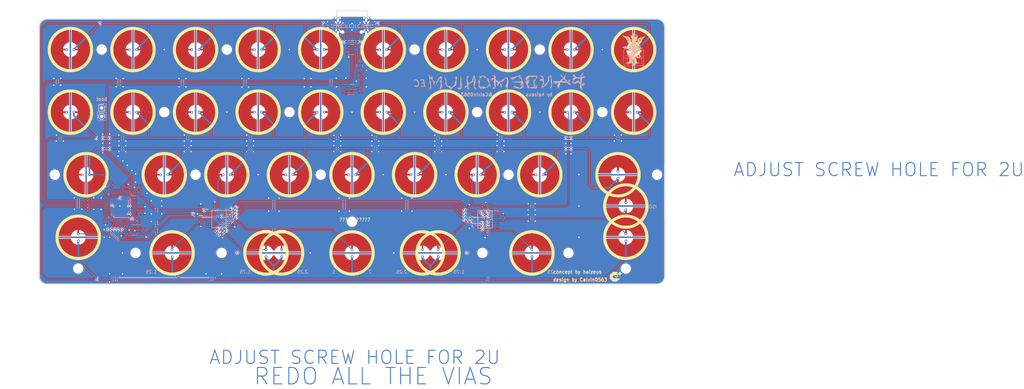
<source format=kicad_pcb>
(kicad_pcb (version 20221018) (generator pcbnew)
  (layers (0 "F.Cu" signal) (31 "B.Cu" signal) (34 "B.Paste" user) (35 "F.Paste" user) (36 "B.SilkS" user "B.Silkscreen") (37 "F.SilkS" user "F.Silkscreen") (38 "B.Mask" user) (39 "F.Mask" user) (44 "Edge.Cuts" user))
  (net 0 "")
  (net 1 "ROW0")
  (net 2 "ROW2")
  (net 3 "COL0")
  (net 4 "COL2")
  (net 5 "COL4")
  (net 6 "COL1")
  (net 7 "COL3")
  (net 8 "GND")
  (net 9 "ROW1")
  (net 10 "ROW3")
  (net 11 "COL5")
  (net 12 "COL6")
  (net 13 "COL7")
  (net 14 "COL8")
  (net 15 "COL9")
  (net 16 "+5V")
  (net 17 "VBUS")
  (net 18 "Net-(J1-CC1)")
  (net 20 "Net-(J1-CC2)")
  (net 28 "+3V3")
  (net 29 "APLEX_OUT")
  (net 30 "ADC")
  (net 31 "Net-(U5--)")
  (net 32 "APLEX_EN_PIN_0")
  (net 33 "AMUX_SEL_2")
  (net 34 "AMUX_SEL_1")
  (net 35 "AMUX_SEL_0")
  (net 36 "APLEX_EN_PIN_1")
  (net 37 "NRST")
  (net 39 "D_P")
  (net 40 "D_N")
  (net 43 "BOOT0")
  (net 50 "Net-(U8-PA10)")
  (net 51 "Net-(U8-PA13)")
  (net 52 "Net-(U8-PA14)")
  (net 53 "Net-(U8-PA9)")
  (footprint "cipulot_parts:HOLE_M2" (layer "F.Cu") (at 88.9 33.3375)
    (fp_text reference "H3" hide)
    (fp_text value "MountingHole" hide)
  )
  (footprint "cipulot_parts:ecs_pad_1U_no_ring" (layer "F.Cu") (at 60.325 52.3875)
    (fp_text reference "SW_EC12")
    (fp_text value "Topre" hide)
  )
  (footprint "cipulot_parts:HOLE_M2" (layer "F.Cu") (at 166.6875 95.25)
    (fp_text reference "H17" hide)
    (fp_text value "MountingHole" hide)
  )
  (footprint "cipulot_parts:HOLE_M2" (layer "F.Cu") (at 146.05 33.3375)
    (fp_text reference "H5" hide)
    (fp_text value "MountingHole" hide)
  )
  (footprint "LOGO" (layer "F.Cu") (at 212.725 33.3375)
    (fp_text reference "G***" hide)
    (fp_text value "LOGO" hide)
  )
  (footprint "cipulot_parts:HOLE_M2" (layer "F.Cu") (at 69.85 52.3875)
    (fp_text reference "H2" hide)
    (fp_text value "MountingHole" hide)
  )
  (footprint "cipulot_parts:ecs_pad_1U_no_ring" (layer "F.Cu") (at 60.325 33.3375)
    (fp_text reference "SW_EC2")
    (fp_text value "Topre" hide)
  )
  (footprint "cipulot_parts:HOLE_M2" (layer "F.Cu") (at 174.625 71.4375)
    (fp_text reference "H12" hide)
    (fp_text value "MountingHole" hide)
  )
  (footprint "cipulot_parts:ecs_pad_1U_no_ring" (layer "F.Cu") (at 146.05 71.4375)
    (fp_text reference "SW_EC26")
    (fp_text value "Topre" hide)
  )
  (footprint "cipulot_parts:ecs_pad_1U_no_ring" (layer "F.Cu") (at 136.525 33.3375)
    (fp_text reference "SW_EC6")
    (fp_text value "Topre" hide)
  )
  (footprint "cipulot_parts:HOLE_M2" (layer "F.Cu") (at 117.475 71.4375)
    (fp_text reference "H11" hide)
    (fp_text value "MountingHole" hide)
  )
  (footprint "cipulot_parts:HOLE_M2" (layer "F.Cu") (at 210.34375 100.0125)
    (fp_text reference "H20" hide)
    (fp_text value "MountingHole" hide)
  )
  (footprint "cipulot_parts:ecs_pad_1U_no_ring" (layer "F.Cu") (at 117.475 52.3875 180)
    (fp_text reference "SW_EC15")
    (fp_text value "Topre" hide)
  )
  (footprint "cipulot_parts:HOLE_M2" (layer "F.Cu") (at 165.1 52.3875)
    (fp_text reference "H6" hide)
    (fp_text value "MountingHole" hide)
  )
  (footprint "cipulot_parts:HOLE_M2" (layer "F.Cu") (at 203.2 52.3875)
    (fp_text reference "H8" hide)
    (fp_text value "MountingHole" hide)
  )
  (footprint "cipulot_parts:ecs_pad_1U_no_ring" (layer "F.Cu") (at 212.725 52.3875)
    (fp_text reference "SW_EC20")
    (fp_text value "Topre" hide)
  )
  (footprint "cipulot_parts:ecs_pad_no_ring_stepped&normal" (layer "F.Cu") (at 153.19375 95.25)
    (fp_text reference "SW_EC36")
    (fp_text value "Topre" hide)
  )
  (footprint "cipulot_parts:HOLE_M2" (layer "F.Cu") (at 79.375 71.4375)
    (fp_text reference "H10" hide)
    (fp_text value "MountingHole" hide)
  )
  (footprint "cipulot_parts:HOLE_M2" (layer "F.Cu") (at 192.88125 95.25)
    (fp_text reference "H18" hide)
    (fp_text value "MountingHole" hide)
  )
  (footprint "cipulot_parts:HOLE_M2" (layer "F.Cu") (at 184.15 33.3375)
    (fp_text reference "H7" hide)
    (fp_text value "MountingHole" hide)
  )
  (footprint "cipulot_parts:HOLE_M2" (layer "F.Cu") (at 219.86875 71.4375)
    (fp_text reference "H13" hide)
    (fp_text value "MountingHole" hide)
  )
  (footprint "cipulot_parts:ecs_pad_1U_no_ring" (layer "F.Cu") (at 210.34375 90.4875 -90)
    (fp_text reference "SW_EC39")
    (fp_text value "Topre" hide)
  )
  (footprint "cipulot_parts:ecs_pad_1U_no_ring" (layer "F.Cu") (at 193.675 33.3375)
    (fp_text reference "SW_EC9")
    (fp_text value "Topre" hide)
  )
  (footprint "LOGO" (layer "F.Cu") (at 207.16875 102.39375)
    (fp_text reference "G***" hide)
    (fp_text value "LOGO" hide)
  )
  (footprint "cipulot_parts:HOLE_M2" (layer "F.Cu") (at 87.3125 95.25)
    (fp_text reference "H15" hide)
    (fp_text value "MountingHole" hide)
  )
  (footprint "cipulot_parts:ecs_pad_1U_no_ring" (layer "F.Cu") (at 127 71.4375)
    (fp_text reference "SW_EC25")
    (fp_text value "Topre" hide)
  )
  (footprint "cipulot_parts:HOLE_M2" (layer "F.Cu") (at 36.5125 71.4375)
    (fp_text reference "H9" hide)
    (fp_text value "MountingHole" hide)
  )
  (footprint "cipulot_parts:ecs_pad_1U_no_ring" (layer "F.Cu") (at 41.275 52.3875)
    (fp_text reference "SW_EC11")
    (fp_text value "Topre" hide)
  )
  (footprint "cipulot_parts:ecs_pad_1U_no_ring" (layer "F.Cu") (at 181.76875 95.25 -90)
    (fp_text reference "SW_EC38")
    (fp_text value "Topre" hide)
  )
  (footprint "cipulot_parts:HOLE_M2" (layer "F.Cu") (at 107.95 52.3875)
    (fp_text reference "H4" hide)
    (fp_text value "MountingHole" hide)
  )
  (footprint "cipulot_parts:ecs_pad_1U_no_ring" (layer "F.Cu") (at 117.475 33.3375 180)
    (fp_text reference "SW_EC5")
    (fp_text value "Topre" hide)
  )
  (footprint "cipulot_parts:ecs_pad_1U_no_ring" (layer "F.Cu") (at 127 95.25 -90)
    (fp_text reference "SW_EC35")
    (fp_text value "Topre" hide)
  )
  (footprint "cipulot_parts:ecs_pad_1U_no_ring" (layer "F.Cu") (at 43.65625 90.4875 -90)
    (fp_text reference "SW_EC31")
    (fp_text value "Topre" hide)
  )
  (footprint "cipulot_parts:ecs_pad_1U_no_ring" (layer "F.Cu") (at 174.625 33.3375)
    (fp_text reference "SW_EC8")
    (fp_text value "Topre" hide)
  )
  (footprint "cipulot_parts:ecs_pad_1U_no_ring" (layer "F.Cu") (at 207.9625 71.4375 -90)
    (fp_text reference "SW_EC29")
    (fp_text value "Topre" hide)
  )
  (footprint "cipulot_parts:ecs_pad_1U_no_ring" (layer "F.Cu") (at 136.525 52.3875)
    (fp_text reference "SW_EC16")
    (fp_text value "Topre" hide)
  )
  (footprint "cipulot_parts:ecs_pad_1U_no_ring" (layer "F.Cu") (at 193.675 52.3875)
    (fp_text reference "SW_EC19")
    (fp_text value "Topre" hide)
  )
  (footprint "cipulot_parts:HOLE_M2" (layer "F.Cu") (at 127 85.725)
    (fp_text reference "H16" hide)
    (fp_text value "MountingHole" hide)
  )
  (footprint "cipulot_parts:ecs_pad_1U_no_ring" (layer "F.Cu") (at 98.425 33.3375)
    (fp_text reference "SW_EC4")
    (fp_text value "Topre" hide)
  )
  (footprint "cipulot_parts:ecs_pad_1U_no_ring" (layer "F.Cu") (at 98.425 52.3875)
    (fp_text reference "SW_EC14")
    (fp_text value "Topre" hide)
  )
  (footprint "cipulot_parts:ecs_pad_1U_no_ring" (layer "F.Cu") (at 165.1 71.4375)
    (fp_text reference "SW_EC27")
    (fp_text value "Topre" hide)
  )
  (footprint "cipulot_parts:HOLE_M2" (layer "F.Cu") (at 61.11875 95.25)
    (fp_text reference "H14" hide)
    (fp_text value "MountingHole" hide)
  )
  (footprint "cipulot_parts:ecs_pad_1U_no_ring" (layer "F.Cu") (at 155.575 33.3375)
    (fp_text reference "SW_EC7")
    (fp_text value "Topre" hide)
  )
  (footprint "cipulot_parts:ecs_pad_1U_no_ring" (layer "F.Cu") (at 88.9 71.4375)
    (fp_text reference "SW_EC23")
    (fp_text value "Topre" hide)
  )
  (footprint "cipulot_parts:ecs_pad_1U_no_ring" (layer "F.Cu") (at 46.0375 71.4375)
    (fp_text reference "SW_EC21")
    (fp_text value "Topre" hide)
  )
  (footprint "cipulot_parts:ecs_pad_1U_no_ring" (layer "F.Cu") (at 41.275 33.3375)
    (fp_text reference "SW_EC1")
    (fp_text value "Topre" hide)
  )
  (footprint "cipulot_parts:ecs_pad_1U_no_ring" (layer "F.Cu") (at 72.23125 95.25 -90)
    (fp_text reference "SW_EC32")
    (fp_text value "Topre" hide)
  )
  (footprint "cipulot_parts:ecs_pad_1U_no_ring" (layer "F.Cu") (at 107.95 71.4375)
    (fp_text reference "SW_EC24")
    (fp_text value "Topre" hide)
  )
  (footprint "cipulot_parts:ecs_pad_1U_no_ring" (layer "F.Cu") (at 184.15 71.4375)
    (fp_text reference "SW_EC28")
    (fp_text value "Topre" hide)
  )
  (footprint "cipulot_parts:ecs_pad_1U_no_ring" (layer "F.Cu") (at 155.575 52.3875)
    (fp_text reference "SW_EC17")
    (fp_text value "Topre" hide)
  )
  (footprint "cipulot_parts:ecs_pad_1U_no_ring" (layer "F.Cu") (at 79.375 52.3875)
    (fp_text reference "SW_EC13")
    (fp_text value "Topre" hide)
  )
  (footprint "cipulot_parts:HOLE_M2" (layer "F.Cu") (at 50.8 33.3375)
    (fp_text reference "H1" hide)
    (fp_text value "MountingHole" hide)
  )
  (footprint "cipulot_parts:ecs_pad_1U_no_ring" (layer "F.Cu") (at 174.625 52.3875)
    (fp_text reference "SW_EC18")
    (fp_text value "Topre" hide)
  )
  (footprint "cipulot_parts:ecs_pad_1U_no_ring" (layer "F.Cu") (at 210.34375 80.9625 90)
    (fp_text reference "SW_EC30")
    (fp_text value "Topre" hide)
  )
  (footprint "cipulot_parts:ecs_pad_no_ring_stepped&normal" (layer "F.Cu") (at 105.56875 95.25)
    (fp_text reference "SW_EC33")
    (fp_text value "Topre" hide)
  )
  (footprint "cipulot_parts:ecs_pad_1U_no_ring" (layer "F.Cu") (at 79.375 33.3375)
    (fp_text reference "SW_EC3")
    (fp_text value "Topre" hide)
  )
  (footprint "cipulot_parts:ecs_pad_1U_no_ring" (layer "F.Cu") (at 212.725 33.3375)
    (fp_text reference "SW_EC10")
    (fp_text value "Topre" hide)
  )
  (footprint "cipulot_parts:HOLE_M2" (layer "F.Cu") (at 43.65625 100.0125)
    (fp_text reference "H19" hide)
    (fp_text value "MountingHole" hide)
  )
  (footprint "cipulot_parts:ecs_pad_1U_no_ring" (layer "F.Cu") (at 69.85 71.4375)
    (fp_text reference "SW_EC22")
    (fp_text value "Topre" hide)
  )
  (footprint "Connector_PinHeader_2.54mm:PinHeader_1x02_P2.54mm_Vertical" (layer "B.Cu") (at 50.8 51.1125 180)
    (fp_text reference "SW1" hide)
    (fp_text value "DFU")
  )
  (footprint "Capacitor_SMD:C_0402_1005Metric" (layer "B.Cu") (at 62.605811 81.215986)
    (fp_text reference "C40" hide)
    (fp_text value "100nF")
  )
  (footprint "Package_TO_SOT_SMD:SOT-23" (layer "B.Cu") (at 127 45.5575)
    (fp_text reference "U9" hide)
    (fp_text value "XC6206PxxxMR-Regulator_Linear")
  )
  (footprint "Capacitor_SMD:C_0402_1005Metric" (layer "B.Cu") (at 51.990908 85.245 -90)
    (fp_text reference "C38" hide)
    (fp_text value "100n")
  )
  (footprint "Package_QFP:LQFP-48_7x7mm_P0.5mm" (layer "B.Cu") (at 56.35625 80.9625 180)
    (fp_text reference "U8" hide)
    (fp_text value "STM32F072CBT6")
  )
  (footprint "Resistor_SMD:R_0402_1005Metric" (layer "B.Cu") (at 133.35 26.19375 180)
    (fp_text reference "R30" hide)
    (fp_text value "5.1k")
  )
  (footprint "LOGO" (layer "B.Cu") (at 212.725 33.3375 180)
    (fp_text reference "G***" hide)
    (fp_text value "LOGO" hide)
  )
  (footprint "Resistor_SMD:R_0402_1005Metric" (layer "B.Cu") (at 57.43375 75.269941)
    (fp_text reference "R20" hide)
    (fp_text value "10k")
  )
  (footprint "Connector_USB:USB_C_Receptacle_HRO_TYPE-C-31-M-12" (layer "B.Cu") (at 127 25.4)
    (fp_text reference "J1" hide)
    (fp_text value "USB_C_Receptacle_USB2.0")
  )
  (footprint "Capacitor_SMD:C_0402_1005Metric" (layer "B.Cu") (at 62.070331 82.698076 -90)
    (fp_text reference "C34" hide)
    (fp_text value "100nF")
  )
  (footprint "Capacitor_SMD:C_0402_1005Metric" (layer "B.Cu") (at 124.61875 45.5575 90)
    (fp_text reference "C42" hide)
    (fp_text value "1uF")
  )
  (footprint "Resistor_SMD:R_0402_1005Metric" (layer "B.Cu") (at 168.66875 80.8017 180)
    (fp_text reference "R25" hide)
    (fp_text value "100k")
  )
  (footprint "Capacitor_SMD:C_0402_1005Metric" (layer "B.Cu") (at 63.13 82.698076 -90)
    (fp_text reference "C39" hide)
    (fp_text value "1u")
  )
  (footprint "Resistor_SMD:R_0402_1005Metric" (layer "B.Cu") (at 61.56875 84.8875 180)
    (fp_text reference "R15" hide)
    (fp_text value "DNP")
  )
  (footprint "Capacitor_SMD:C_0402_1005Metric" (layer "B.Cu") (at 80.9625 81.75625 -90)
    (fp_text reference "C31" hide)
    (fp_text value "100n")
  )
  (footprint "Capacitor_SMD:C_0402_1005Metric" (layer "B.Cu") (at 129.53125 45.5575 90)
    (fp_text reference "C41" hide)
    (fp_text value "1uF")
  )
  (footprint "Package_TO_SOT_SMD:SOT-23-5" (layer "B.Cu") (at 60.775 88.2625 180)
    (fp_text reference "U5" hide)
    (fp_text value "OPA354")
  )
  (footprint "LOGO" (layer "B.Cu") (at 174.625 42.8625 180)
    (fp_text reference "G***" hide)
    (fp_text value "LOGO" hide)
  )
  (footprint "Capacitor_SMD:C_0402_1005Metric" (layer "B.Cu") (at 129.38125 41.4625 180)
    (fp_text reference "C44" hide)
    (fp_text value "100nF")
  )
  (footprint "Capacitor_SMD:C_0402_1005Metric" (layer "B.Cu") (at 63.401824 88.73393 90)
    (fp_text reference "C30" hide)
    (fp_text value "220pF NP0")
  )
  (footprint "Resistor_SMD:R_0402_1005Metric" (layer "B.Cu") (at 53.613691 74.493826 90)
    (fp_text reference "R3" hide)
    (fp_text value "100")
  )
  (footprint "Resistor_SMD:R_0402_1005Metric" (layer "B.Cu") (at 87.3125 88.9 -90)
    (fp_text reference "R17" hide)
    (fp_text value "100k")
  )
  (footprint "Resistor_SMD:R_0402_1005Metric" (layer "B.Cu") (at 91.28125 85.725 -90)
    (fp_text reference "R21" hide)
    (fp_text value "100k")
  )
  (footprint "Capacitor_SMD:C_0402_1005Metric" (layer "B.Cu") (at 162.71875 81.8642 -90)
    (fp_text reference "C32" hide)
    (fp_text value "100n")
  )
  (footprint "Resistor_SMD:R_0402_1005Metric" (layer "B.Cu") (at 85.725 80.69375 180)
    (fp_text reference "R18" hide)
    (fp_text value "100k")
  )
  (footprint "cipulot_parts:TSSOP16" (layer "B.Cu") (at 86.51875 84.93125 -90)
    (fp_text reference "U6")
    (fp_text value "74HC4051")
  )
  (footprint "Capacitor_SMD:C_0402_1005Metric" (layer "B.Cu") (at 60.752074 76.647788 90)
    (fp_text reference "C33" hide)
    (fp_text value "100nF")
  )
  (footprint "Resistor_SMD:R_0402_1005Metric" (layer "B.Cu") (at 46.5475 80.96875 180)
    (fp_text reference "R1" hide)
    (fp_text value "100")
  )
  (footprint "Resistor_SMD:R_0402_1005Metric" (layer "B.Cu") (at 58.2 89.30625 90)
    (fp_text reference "R14" hide)
    (fp_text value "1k")
  )
  (footprint "Capacitor_SMD:C_0402_1005Metric" (layer "B.Cu") (at 58.2 87.31875 90)
    (fp_text reference "C29" hide)
    (fp_text value "100n")
  )
  (footprint "Resistor_SMD:R_0402_1005Metric" (layer "B.Cu") (at 120.65 26.19375)
    (fp_text reference "R29" hide)
    (fp_text value "5.1k")
  )
  (footprint "Resistor_SMD:R_0402_1005Metric" (layer "B.Cu") (at 61.56875 85.98125 180)
    (fp_text reference "R13" hide)
    (fp_text value "100k")
  )
  (footprint "Capacitor_SMD:C_0402_1005Metric" (layer "B.Cu") (at 51.990908 76.628536 90)
    (fp_text reference "C35" hide)
    (fp_text value "100nF")
  )
  (footprint "Resistor_SMD:R_0402_1005Metric" (layer "B.Cu") (at 166.6875 80.8017)
    (fp_text reference "R27" hide)
    (fp_text value "100k")
  )
  (footprint "Resistor_SMD:R_0402_1005Metric" (layer "B.Cu") (at 80.9625 85.725 -90)
    (fp_text reference "R19" hide)
    (fp_text value "100k")
  )
  (footprint "Resistor_SMD:R_0402_1005Metric" (layer "B.Cu") (at 46.5475 81.95625 180)
    (fp_text reference "R4" hide)
    (fp_text value "100")
  )
  (footprint "Fuse:Fuse_1206_3216Metric" (layer "B.Cu") (at 129.38125 38.2875 -90)
    (fp_text reference "F3" hide)
    (fp_text value "ASMD1206-150")
  )
  (footprint "Resistor_SMD:R_0402_1005Metric" (layer "B.Cu") (at 46.5475 78.96875 180)
    (fp_text reference "R2" hide)
    (fp_text value "100")
  )
  (footprint "Resistor_SMD:R_0402_1005Metric" (layer "B.Cu") (at 173.0375 84.6475 90)
    (fp_text reference "R28" hide)
    (fp_text value "100k")
  )
  (footprint "cipulot_parts:TSSOP16" (layer "B.Cu") (at 167.48125 85.0392 -90)
    (fp_text reference "U7")
    (fp_text value "74HC4051")
  )
  (footprint "Resistor_SMD:R_0402_1005Metric" (layer "B.Cu") (at 167.48125 89.00795 -90)
    (fp_text reference "R26" hide)
    (fp_text value "100k")
  )
  (footprint "Package_TO_SOT_SMD:SOT-143" (layer "B.Cu") (at 127 33.3375)
    (fp_text reference "U11" hide)
    (fp_text value "PRTR5V0U2X")
  )
  (footprint "Resistor_SMD:R_0402_1005Metric" (layer "B.Cu") (at 162.71875 85.22295 -90)
    (fp_text reference "R24" hide)
    (fp_text value "100k")
  )
  (footprint "Capacitor_SMD:C_0603_1608Metric" (layer "B.Cu") (at 62.100319 76.096651 90)
    (fp_text reference "C37" hide)
    (fp_text value "10uF")
  )
  (footprint "Capacitor_SMD:C_0402_1005Metric" (layer "B.Cu") (at 59.395 75.269941 180)
    (fp_text reference "C36" hide)
    (fp_text value "100nF")
  )
  (footprint "Resistor_SMD:R_0402_1005Metric" (layer "B.Cu") (at 80.9625 83.85375 90)
    (fp_text reference "R16" hide)
    (fp_text value "100k")
  )
  (gr_arc (start 34.13125 104.775) (mid 32.447499 104.077516) (end 31.75 102.39375) (stroke (width 0.2)) (layer "Edge.Cuts"))
  (gr_line (start 132.55625 23.21875) (end 121.44375 23.21875) (stroke (width 0.2)) (layer "Edge.Cuts"))
  (gr_arc (start 222.25 102.39375) (mid 221.552508 104.077494) (end 219.86875 104.775) (stroke (width 0.2)) (layer "Edge.Cuts"))
  (gr_line (start 120.65 24.0125) (end 34.13125 24.0125) (stroke (width 0.2)) (layer "Edge.Cuts"))
  (gr_arc (start 133.35 24.0125) (mid 132.788719 23.780031) (end 132.55625 23.21875) (stroke (width 0.2)) (layer "Edge.Cuts"))
  (gr_arc (start 121.44375 23.21875) (mid 121.211251 23.780001) (end 120.65 24.0125) (stroke (width 0.2)) (layer "Edge.Cuts"))
  (gr_line (start 31.75 26.39375) (end 31.75 102.39375) (stroke (width 0.2)) (layer "Edge.Cuts"))
  (gr_arc (start 219.868825 24.012425) (mid 221.552619 24.709896) (end 222.250075 26.393675) (stroke (width 0.2)) (layer "Edge.Cuts"))
  (gr_line (start 219.868825 24.012425) (end 133.35 24.0125) (stroke (width 0.2)) (layer "Edge.Cuts"))
  (gr_arc (start 31.75 26.39375) (mid 32.447475 24.709975) (end 34.13125 24.0125) (stroke (width 0.2)) (layer "Edge.Cuts"))
  (gr_line (start 222.25 102.39375) (end 222.250075 26.393675) (stroke (width 0.2)) (layer "Edge.Cuts"))
  (gr_line (start 34.13125 104.775) (end 219.86875 104.775) (stroke (width 0.2)) (layer "Edge.Cuts"))
  (gr_text "REDO ALL THE VIAS" (at 96.8375 135.73125) (layer "B.Cu") (effects (font (size 5 5) (thickness 0.3) bold) (justify left bottom)))
  (gr_text "ADJUST SCREW HOLE FOR 2U" (at 242.8875 72.23125) (layer "B.Cu") (effects (font (size 4 4) (thickness 0.3) bold) (justify left bottom)))
  (gr_text "ADJUST SCREW HOLE FOR 2U" (at 83.34375 129.38125) (layer "B.Cu") (effects (font (size 4 4) (thickness 0.3) bold) (justify left bottom)))
  (gr_text "by haizeus" (at 188.11875 47.625) (layer "B.SilkS") (effects (font (size 1 1) (thickness 0.2) bold) (justify left bottom mirror)))
  (gr_text "7" (at 132.55625 101.6) (layer "B.SilkS") (effects (font (size 1 1)) (justify bottom mirror)))
  (gr_text "2.25" (at 142.08125 101.6) (layer "B.SilkS") (effects (font (size 1 1)) (justify bottom mirror)))
  (gr_text "1.75" (at 159.54375 101.6) (layer "B.SilkS") (effects (font (size 1 1)) (justify bottom mirror)))
  (gr_text "1.25" (at 188.11875 101.6) (layer "B.SilkS") (effects (font (size 1 1)) (justify bottom mirror)))
  (gr_text "1.25" (at 65.88125 101.6) (layer "B.SilkS") (effects (font (size 1 1)) (justify bottom mirror)))
  (gr_text "2.25" (at 111.91875 101.6) (layer "B.SilkS") (effects (font (size 1 1)) (justify bottom mirror)))
  (gr_text "EC" (at 147.6375 43.65625) (layer "B.SilkS") (effects (font (size 2 2) (thickness 0.25) italic) (justify mirror)))
  (gr_text "1.75" (at 94.45625 101.6) (layer "B.SilkS") (effects (font (size 1 1)) (justify bottom mirror)))
  (gr_text "boot" (at 50.8 48.41875) (layer "B.SilkS") (effects (font (size 1 1) (thickness 0.2) bold) (justify mirror)))
  (gr_text "ISO" (at 219.86875 81.75625) (layer "B.SilkS") (effects (font (size 1 1)) (justify left bottom mirror)))
  (gr_text "&Calvin0563" (at 169.8625 47.625) (layer "B.SilkS") (effects (font (size 1 1) (thickness 0.2) bold) (justify left bottom mirror)))
  (gr_text "JLCJLCJLCJLC" (at 127 26.19375) (layer "B.SilkS") (effects (font (size 1 1))))
  (gr_text "1" (at 121.44375 101.6) (layer "B.SilkS") (effects (font (size 1 1)) (justify bottom mirror)))
  (gr_text "𝔓𝔞𝔫𝔡𝔢𝔪𝔬𝔫𝔦𝔲𝔪" (at 123.03125 85.725) (layer "F.SilkS") (effects (font (size 1 1)) (justify left bottom)))
  (gr_text "design by Calvin0563\n" (at 188.11875 103.98125) (layer "F.SilkS") (effects (font (size 1 1) (thickness 0.2) bold) (justify left bottom)))
  (gr_text "concept by haizeus" (at 188.11875 101.6) (layer "F.SilkS") (effects (font (size 1 1) (thickness 0.2) bold) (justify left bottom)))
  (via (at 161.925 95.25) (size 0.8) (drill 0.4) (layers "F.Cu" "B.Cu") (net 0))
  (via (at 92.075 95.25) (size 0.8) (drill 0.4) (layers "F.Cu" "B.Cu") (net 0))
  (segment (start 118.26875 25.4) (end 119.11875 26.25) (width 0.5) (layer "F.Cu") (net 1))
  (segment (start 134.0875 26.25) (end 134.9375 25.4) (width 0.5) (layer "F.Cu") (net 1))
  (segment (start 119.11875 26.25) (end 134.0875 26.25) (width 0.5) (layer "F.Cu") (net 1))
  (via (at 118.26875 25.4) (size 0.8) (drill 0.4) (layers "F.Cu" "B.Cu") (net 1))
  (via (at 213.7798 33.337499) (size 0.8) (drill 0.4) (layers "F.Cu" "B.Cu") (net 1))
  (via (at 99.4798 33.337499) (size 0.8) (drill 0.4) (layers "F.Cu" "B.Cu") (net 1))
  (via (at 61.3798 33.337499) (size 0.8) (drill 0.4) (layers "F.Cu" "B.Cu") (net 1))
  (via (at 137.5798 33.337499) (size 0.8) (drill 0.4) (layers "F.Cu" "B.Cu") (net 1))
  (via (at 116.323925 33.376657) (size 0.8) (drill 0.4) (layers "F.Cu" "B.Cu") (net 1))
  (via (at 156.6298 33.337499) (size 0.8) (drill 0.4) (layers "F.Cu" "B.Cu") (net 1))
  (via (at 134.9375 25.4) (size 0.8) (drill 0.4) (layers "F.Cu" "B.Cu") (net 1))
  (via (at 194.7298 33.337499) (size 0.8) (drill 0.4) (layers "F.Cu" "B.Cu") (net 1))
  (via (at 42.3298 33.337499) (size 0.8) (drill 0.4) (layers "F.Cu" "B.Cu") (net 1))
  (via (at 80.4298 33.337499) (size 0.8) (drill 0.4) (layers "F.Cu" "B.Cu") (net 1))
  (via (at 175.6798 33.337499) (size 0.8) (drill 0.4) (layers "F.Cu" "B.Cu") (net 1))
  (via (at 50.267299 25.4) (size 0.8) (drill 0.4) (layers "F.Cu" "B.Cu") (net 1))
  (segment (start 141.2875 25.4) (end 160.3375 25.4) (width 0.5) (layer "B.Cu") (net 1))
  (segment (start 179.3875 25.4) (end 198.4375 25.4) (width 0.5) (layer "B.Cu") (net 1))
  (segment (start 45.73125 80.6625) (end 33.509562 80.6625) (width 0.25) (layer "B.Cu") (net 1))
  (segment (start 65.0875 29.629799) (end 65.0875 25.4) (width 0.5) (layer "B.Cu") (net 1))
  (segment (start 198.4375 25.4) (end 216.69375 25.4) (width 0.5) (layer "B.Cu") (net 1))
  (segment (start 50.267299 25.4) (end 50.8 25.4) (width 0.5) (layer "B.Cu") (net 1))
  (segment (start 61.3798 33.337499) (end 65.0875 29.629799) (width 0.5) (layer "B.Cu") (net 1))
  (segment (start 103.1875 25.4) (end 112.7125 25.4) (width 0.5) (layer "B.Cu") (net 1))
  (segment (start 103.1875 29.629799) (end 103.1875 25.4) (width 0.5) (layer "B.Cu") (net 1))
  (segment (start 156.6298 33.337499) (end 160.3375 29.629799) (width 0.5) (layer "B.Cu") (net 1))
  (segment (start 217.4875 29.629799) (end 213.7798 33.337499) (width 0.5) (layer "B.Cu") (net 1))
  (segment (start 160.3375 25.4) (end 179.3875 25.4) (width 0.5) (layer "B.Cu") (net 1))
  (segment (start 137.5798 33.337499) (end 141.2875 29.629799) (width 0.5) (layer "B.Cu") (net 1))
  (segment (start 46.0375 80.96875) (end 45.73125 80.6625) (width 0.25) (layer "B.Cu") (net 1))
  (segment (start 42.3298 33.337499) (end 50.267299 25.4) (width 0.5) (layer "B.Cu") (net 1))
  (segment (start 80.4298 33.337499) (end 84.1375 29.629799) (width 0.5) (layer "B.Cu") (net 1))
  (segment (start 32.372199 43.65625) (end 32.372199 27.159051) (width 0.25) (layer "B.Cu") (net 1))
  (segment (start 134.9375 25.4) (end 141.2875 25.4) (width 0.5) (layer "B.Cu") (net 1))
  (segment (start 32.372199 27.159051) (end 34.13125 25.4) (width 0.25) (layer "B.Cu") (net 1))
  (segment (start 99.4798 33.337499) (end 103.1875 29.629799) (width 0.5) (layer "B.Cu") (net 1))
  (segment (start 116.323925 33.376657) (end 112.7125 29.765232) (width 0.5) (layer "B.Cu") (net 1))
  (segment (start 175.6798 33.337499) (end 179.3875 29.629799) (width 0.5) (layer "B.Cu") (net 1))
  (segment (start 112.7125 29.765232) (end 112.7125 25.4) (width 0.5) (layer "B.Cu") (net 1))
  (segment (start 198.4375 29.629799) (end 198.4375 25.4) (width 0.5) (layer "B.Cu") (net 1))
  (segment (start 194.7298 33.337499) (end 198.4375 29.629799) (width 0.5) (layer "B.Cu") (net 1))
  (segment (start 32.372199 79.525137) (end 32.372199 43.65625) (width 0.25) (layer "B.Cu") (net 1))
  (segment (start 84.1375 25.4) (end 103.1875 25.4) (width 0.5) (layer "B.Cu") (net 1))
  (segment (start 160.3375 29.629799) (end 160.3375 25.4) (width 0.5) (layer "B.Cu") (net 1))
  (segment (start 33.509562 80.6625) (end 32.372199 79.525137) (width 0.25) (layer "B.Cu") (net 1))
  (segment (start 112.7125 25.4) (end 118.26875 25.4) (width 0.5) (layer "B.Cu") (net 1))
  (segment (start 216.69375 25.4) (end 217.4875 26.19375) (width 0.5) (layer "B.Cu") (net 1))
  (segment (start 141.2875 29.629799) (end 141.2875 25.4) (width 0.5) (layer "B.Cu") (net 1))
  (segment (start 179.3875 29.629799) (end 179.3875 25.4) (width 0.5) (layer "B.Cu") (net 1))
  (segment (start 65.0875 25.4) (end 84.1375 25.4) (width 0.5) (layer "B.Cu") (net 1))
  (segment (start 217.4875 26.19375) (end 217.4875 29.629799) (width 0.5) (layer "B.Cu") (net 1))
  (segment (start 84.1375 29.629799) (end 84.1375 25.4) (width 0.5) (layer "B.Cu") (net 1))
  (segment (start 50.8 25.4) (end 65.0875 25.4) (width 0.5) (layer "B.Cu") (net 1))
  (segment (start 34.13125 25.4) (end 50.267299 25.4) (width 0.25) (layer "B.Cu") (net 1))
  (segment (start 192.0875 63.5) (end 193.675 63.5) (width 0.5) (layer "F.Cu") (net 2))
  (segment (start 53.18125 63.5) (end 51.1475 63.5) (width 0.5) (layer "F.Cu") (net 2))
  (via (at 89.9548 71.437499) (size 0.8) (drill 0.4) (layers "F.Cu" "B.Cu") (net 2))
  (via (at 166.1548 71.437499) (size 0.8) (drill 0.4) (layers "F.Cu" "B.Cu") (net 2))
  (via (at 70.9048 71.437499) (size 0.8) (drill 0.4) (layers "F.Cu" "B.Cu") (net 2))
  (via (at 147.1048 71.437499) (size 0.8) (drill 0.4) (layers "F.Cu" "B.Cu") (net 2))
  (via (at 192.0875 63.5) (size 0.8) (drill 0.4) (layers "F.Cu" "B.Cu") (net 2))
  (via (at 47.0923 71.437499) (size 0.8) (drill 0.4) (layers "F.Cu" "B.Cu") (net 2))
  (via (at 193.675 63.5) (size 0.8) (drill 0.4) (layers "F.Cu" "B.Cu") (net 2))
  (via (at 109.0048 71.437499) (size 0.8) (drill 0.4) (layers "F.Cu" "B.Cu") (net 2))
  (via (at 128.0548 71.437499) (size 0.8) (drill 0.4) (layers "F.Cu" "B.Cu") (net 2))
  (via (at 185.2048 71.437499) (size 0.8) (drill 0.4) (layers "F.Cu" "B.Cu") (net 2))
  (via (at 210.343749 79.9077) (size 0.8) (drill 0.4) (layers "F.Cu" "B.Cu") (net 2))
  (via (at 53.18125 63.5) (size 0.8) (drill 0.4) (layers "F.Cu" "B.Cu") (net 2))
  (via (at 51.1475 63.5) (size 0.8) (drill 0.4) (layers "F.Cu" "B.Cu") (net 2))
  (via (at 208.001657 72.588575) (size 0.8) (drill 0.4) (layers "F.Cu" "B.Cu") (net 2))
  (segment (start 150.8125 63.5) (end 169.8625 63.5) (width 0.5) (layer "B.Cu") (net 2))
  (segment (start 74.6125 67.729799) (end 74.6125 63.5) (width 0.5) (layer "B.Cu") (net 2))
  (segment (start 61.9125 63.5) (end 54.76875 63.5) (width 0.5) (layer "B.Cu") (net 2))
  (segment (start 166.1548 71.437499) (end 169.8625 67.729799) (width 0.5) (layer "B.Cu") (net 2))
  (segment (start 74.6125 63.5) (end 93.6625 63.5) (width 0.5) (layer "B.Cu") (net 2))
  (segment (start 89.9548 71.437499) (end 93.6625 67.729799) (width 0.5) (layer "B.Cu") (net 2))
  (segment (start 47.0923 71.437499) (end 51.067364 71.437499) (width 0.25) (layer "B.Cu") (net 2))
  (segment (start 194.46875 63.5) (end 198.4375 63.5) (width 0.5) (layer "B.Cu") (net 2))
  (segment (start 112.7125 67.729799) (end 112.7125 63.5) (width 0.5) (layer "B.Cu") (net 2))
  (segment (start 47.0923 65.6202) (end 47.0923 71.437499) (width 0.5) (layer "B.Cu") (net 2))
  (segment (start 70.9048 71.437499) (end 74.6125 67.729799) (width 0.5) (layer "B.Cu") (net 2))
  (segment (start 185.2048 71.437499) (end 188.9125 67.729799) (width 0.5) (layer "B.Cu") (net 2))
  (segment (start 169.8625 67.729799) (end 169.8625 63.5) (width 0.5) (layer "B.Cu") (net 2))
  (segment (start 199.23125 64.29375) (end 199.23125 74.6125) (width 0.5) (layer "B.Cu") (net 2))
  (segment (start 200.025 75.40625) (end 205.183982 75.40625) (width 0.5) (layer "B.Cu") (net 2))
  (segment (start 128.0548 71.437499) (end 131.7625 67.729799) (width 0.5) (layer "B.Cu") (net 2))
  (segment (start 93.6625 63.5) (end 112.7125 63.5) (width 0.5) (layer "B.Cu") (net 2))
  (segment (start 188.9125 63.5) (end 192.0875 63.5) (width 0.5) (layer "B.Cu") (net 2))
  (segment (start 51.1475 63.5) (end 49.2125 63.5) (width 0.5) (layer "B.Cu") (net 2))
  (segment (start 93.6625 67.729799) (end 93.6625 63.5) (width 0.5) (layer "B.Cu") (net 2))
  (segment (start 131.7625 67.729799) (end 131.7625 63.5) (width 0.5) (layer "B.Cu") (net 2))
  (segment (start 193.675 63.5) (end 194.46875 63.5) (width 0.5) (layer "B.Cu") (net 2))
  (segment (start 49.2125 63.5) (end 47.0923 65.6202) (width 0.5) (layer "B.Cu") (net 2))
  (segment (start 169.8625 63.5) (end 188.9125 63.5) (width 0.5) (layer "B.Cu") (net 2))
  (segment (start 188.9125 67.729799) (end 188.9125 63.5) (width 0.5) (layer "B.Cu") (net 2))
  (segment (start 109.0048 71.437499) (end 112.7125 67.729799) (width 0.5) (layer "B.Cu") (net 2))
  (segment (start 51.067364 71.437499) (end 53.613691 73.983826) (width 0.25) (layer "B.Cu") (net 2))
  (segment (start 199.23125 74.6125) (end 200.025 75.40625) (width 0.5) (layer "B.Cu") (net 2))
  (segment (start 61.9125 63.5) (end 74.6125 63.5) (width 0.5) (layer "B.Cu") (net 2))
  (segment (start 147.1048 71.437499) (end 150.8125 67.729799) (width 0.5) (layer "B.Cu") (net 2))
  (segment (start 54.76875 63.5) (end 53.18125 63.5) (width 0.5) (layer "B.Cu") (net 2))
  (segment (start 112.7125 63.5) (end 131.7625 63.5) (width 0.5) (layer "B.Cu") (net 2))
  (segment (start 198.4375 63.5) (end 199.23125 64.29375) (width 0.5) (layer "B.Cu") (net 2))
  (segment (start 205.183982 75.40625) (end 208.001657 72.588575) (width 0.5) (layer "B.Cu") (net 2))
  (segment (start 150.8125 67.729799) (end 150.8125 63.5) (width 0.5) (layer "B.Cu") (net 2))
  (segment (start 131.7625 63.5) (end 150.8125 63.5) (width 0.5) (layer "B.Cu") (net 2))
  (segment (start 40.235843 33.376657) (end 40.275 33.3375) (width 0.5) (layer "F.Cu") (net 3))
  (segment (start 40.123925 33.376657) (end 40.235843 33.376657) (width 0.5) (layer "F.Cu") (net 3))
  (segment (start 38.337791 35.162791) (end 37.30625 36.194332) (width 0.5) (layer "F.Cu") (net 3))
  (segment (start 38.1 54.450582) (end 38.1 64.690232) (width 0.5) (layer "F.Cu") (net 3))
  (segment (start 43.65625 72.706832) (end 43.65625 89.4875) (width 0.5) (layer "F.Cu") (net 3))
  (segment (start 38.1 64.690232) (end 43.458009 70.048241) (width 0.5) (layer "F.Cu") (net 3))
  (segment (start 37.30625 36.194332) (end 37.30625 49.41875) (width 0.5) (layer "F.Cu") (net 3))
  (via (at 44.886425 71.476657) (size 0.8) (drill 0.4) (layers "F.Cu" "B.Cu") (net 3))
  (via (at 40.123925 33.376657) (size 0.8) (drill 0.4) (layers "F.Cu" "B.Cu") (net 3))
  (via (at 43.656249 89.4327) (size 0.8) (drill 0.4) (layers "F.Cu" "B.Cu") (net 3))
  (via (at 40.123925 52.426657) (size 0.8) (drill 0.4) (layers "F.Cu" "B.Cu") (net 3))
  (segment (start 80.95375 84.3725) (end 80.9625 84.36375) (width 0.25) (layer "B.Cu") (net 3))
  (segment (start 43.656249 89.4327) (end 54.156078 89.4327) (width 0.25) (layer "B.Cu") (net 3))
  (segment (start 56.004628 91.28125) (end 65.0875 91.28125) (width 0.25) (layer "B.Cu") (net 3))
  (segment (start 83.54441 84.60867) (end 81.20742 84.60867) (width 0.25) (layer "B.Cu") (net 3))
  (segment (start 54.156078 89.4327) (end 56.004628 91.28125) (width 0.25) (layer "B.Cu") (net 3))
  (segment (start 81.20742 84.60867) (end 80.9625 84.36375) (width 0.25) (layer "B.Cu") (net 3))
  (segment (start 65.0875 91.28125) (end 72.005 84.36375) (width 0.25) (layer "B.Cu") (net 3))
  (segment (start 72.005 84.36375) (end 80.9625 84.36375) (width 0.25) (layer "B.Cu") (net 3))
  (segment (start 82.55 71.4375) (end 87.9 71.4375) (width 0.5) (layer "F.Cu") (net 4))
  (segment (start 76.99375 53.656832) (end 76.99375 65.88125) (width 0.5) (layer "F.Cu") (net 4))
  (segment (start 76.834666 34.765916) (end 75.40625 36.194332) (width 0.5) (layer "F.Cu") (net 4))
  (segment (start 75.40625 36.194332) (end 75.40625 49.41875) (width 0.5) (layer "F.Cu") (net 4))
  (segment (start 76.99375 65.88125) (end 82.55 71.4375) (width 0.5) (layer "F.Cu") (net 4))
  (segment (start 75.40625 49.41875) (end 76.890625 50.903125) (width 0.5) (layer "F.Cu") (net 4))
  (via (at 78.223925 52.426657) (size 0.8) (drill 0.4) (layers "F.Cu" "B.Cu") (net 4))
  (via (at 78.223925 33.376657) (size 0.8) (drill 0.4) (layers "F.Cu" "B.Cu") (net 4))
  (via (at 87.748925 71.476657) (size 0.8) (drill 0.4) (layers "F.Cu" "B.Cu") (net 4))
  (segment (start 84.96681 83.30819) (end 83.54441 83.30819) (width 0.25) (layer "B.Cu") (net 4))
  (segment (start 87.748925 71.476657) (end 86.235 72.990582) (width 0.25) (layer "B.Cu") (net 4))
  (segment (start 86.235 72.990582) (end 86.235 80.69375) (width 0.25) (layer "B.Cu") (net 4))
  (segment (start 86.235 82.04) (end 84.96681 83.30819) (width 0.25) (layer "B.Cu") (net 4))
  (segment (start 86.235 80.69375) (end 86.235 82.04) (width 0.25) (layer "B.Cu") (net 4))
  (segment (start 122.55667 67.99417) (end 124.11875 69.55625) (width 0.5) (layer "F.Cu") (net 5))
  (segment (start 120.65 33.3375) (end 120.65 50.2125) (width 0.5) (layer "F.Cu") (net 5))
  (segment (start 120.34063 53.49062) (end 122.55667 55.70666) (width 0.5) (layer "F.Cu") (net 5))
  (segment (start 124.61875 72.706832) (end 124.61875 91.86875) (width 0.5) (layer "F.Cu") (net 5))
  (segment (start 118.475 33.3375) (end 120.65 33.3375) (width 0.5) (layer "F.Cu") (net 5))
  (segment (start 118.5298 52.387499) (end 119.237509 52.387499) (width 0.5) (layer "F.Cu") (net 5))
  (segment (start 122.55667 55.70666) (end 122.55667 67.99417) (width 0.5) (layer "F.Cu") (net 5))
  (via (at 126.999999 94.1952) (size 0.8) (drill 0.4) (layers "F.Cu" "B.Cu") (net 5))
  (via (at 125.848925 71.476657) (size 0.8) (drill 0.4) (layers "F.Cu" "B.Cu") (net 5))
  (via (at 118.5298 33.337499) (size 0.8) (drill 0.4) (layers "F.Cu" "B.Cu") (net 5))
  (via (at 118.5298 52.387499) (size 0.8) (drill 0.4) (layers "F.Cu" "B.Cu") (net 5))
  (segment (start 94.915 88.10625) (end 92.075 85.26625) (width 0.25) (layer "B.Cu") (net 5))
  (segment (start 126.999999 94.1952) (end 120.911049 88.10625) (width 0.25) (layer "B.Cu") (net 5))
  (segment (start 89.49309 85.25383) (end 92.06258 85.25383) (width 0.25) (layer "B.Cu") (net 5))
  (segment (start 91.26883 85.25383) (end 91.28125 85.26625) (width 0.25) (layer "B.Cu") (net 5))
  (segment (start 120.911049 88.10625) (end 94.915 88.10625) (width 0.25) (layer "B.Cu") (net 5))
  (segment (start 67.46875 89.4875) (end 69.953125 91.971875) (width 0.5) (layer "F.Cu") (net 6))
  (segment (start 56.078772 36.47181) (end 56.078772 49.141272) (width 0.5) (layer "F.Cu") (net 6))
  (segment (start 67.46875 72.706832) (end 67.46875 89.4875) (width 0.5) (layer "F.Cu") (net 6))
  (segment (start 56.078772 49.141272) (end 57.840625 50.903125) (width 0.5) (layer "F.Cu") (net 6))
  (segment (start 57.15 54.450582) (end 57.15 65.0875) (width 0.5) (layer "F.Cu") (net 6))
  (segment (start 63.5 71.4375) (end 66.675 71.4375) (width 0.5) (layer "F.Cu") (net 6))
  (segment (start 57.387791 35.162791) (end 56.078772 36.47181) (width 0.5) (layer "F.Cu") (net 6))
  (segment (start 57.15 65.0875) (end 63.5 71.4375) (width 0.5) (layer "F.Cu") (net 6))
  (via (at 59.173925 33.376657) (size 0.8) (drill 0.4) (layers "F.Cu" "B.Cu") (net 6))
  (via (at 68.698925 71.476657) (size 0.8) (drill 0.4) (layers "F.Cu" "B.Cu") (net 6))
  (via (at 72.231249 94.1952) (size 0.8) (drill 0.4) (layers "F.Cu" "B.Cu") (net 6))
  (via (at 59.173925 52.426657) (size 0.8) (drill 0.4) (layers "F.Cu" "B.Cu") (net 6))
  (segment (start 80.9625 85.215) (end 72.231249 93.946251) (width 0.25) (layer "B.Cu") (net 6))
  (segment (start 72.231249 93.946251) (end 72.231249 94.1952) (width 0.25) (layer "B.Cu") (net 6))
  (segment (start 80.9625 85.25383) (end 83.54441 85.25383) (width 0.25) (layer "B.Cu") (net 6))
  (segment (start 95.487791 35.162791) (end 94.45625 36.194332) (width 0.5) (layer "F.Cu") (net 7))
  (segment (start 96.04375 53.656832) (end 96.04375 65.0875) (width 0.5) (layer "F.Cu") (net 7))
  (segment (start 94.45625 49.41875) (end 95.940625 50.903125) (width 0.5) (layer "F.Cu") (net 7))
  (segment (start 96.04375 65.0875) (end 102.39375 71.4375) (width 0.5) (layer "F.Cu") (net 7))
  (segment (start 103.1875 75.088082) (end 103.1875 91.86675) (width 0.5) (layer "F.Cu") (net 7))
  (segment (start 103.1875 91.86675) (end 104.085375 92.764625) (width 0.5) (layer "F.Cu") (net 7))
  (segment (start 94.45625 36.194332) (end 94.45625 49.41875) (width 0.5) (layer "F.Cu") (net 7))
  (segment (start 105.012791 73.262791) (end 103.1875 75.088082) (width 0.5) (layer "F.Cu") (net 7))
  (segment (start 102.39375 71.4375) (end 106.95 71.4375) (width 0.5) (layer "F.Cu") (net 7))
  (via (at 97.273925 52.426657) (size 0.8) (drill 0.4) (layers "F.Cu" "B.Cu") (net 7))
  (via (at 106.798925 71.476657) (size 0.8) (drill 0.4) (layers "F.Cu" "B.Cu") (net 7))
  (via (at 97.273925 33.376657) (size 0.8) (drill 0.4) (layers "F.Cu" "B.Cu") (net 7))
  (via (at 100.806249 94.1952) (size 0.8) (drill 0.4) (layers "F.Cu" "B.Cu") (net 7))
  (via (at 105.568749 94.1952) (size 0.8) (drill 0.4) (layers "F.Cu" "B.Cu") (net 7))
  (segment (start 100.806249 94.1952) (end 93.40145 94.1952) (width 0.25) (layer "B.Cu") (net 7))
  (segment (start 87.3125 88.39) (end 87.3125 85.725) (width 0.25) (layer "B.Cu") (net 7))
  (segment (start 87.3125 85.725) (end 85.54593 83.95843) (width 0.25) (layer "B.Cu") (net 7))
  (segment (start 87.59625 88.39) (end 87.3125 88.39) (width 0.25) (layer "B.Cu") (net 7))
  (segment (start 93.40145 94.1952) (end 87.59625 88.39) (width 0.25) (layer "B.Cu") (net 7))
  (segment (start 83.54441 83.95843) (end 84.969171 83.95843) (width 0.25) (layer "B.Cu") (net 7))
  (segment (start 85.54593 83.95843) (end 83.54441 83.95843) (width 0.25) (layer "B.Cu") (net 7))
  (via (at 182.764613 83.569837) (size 0.8) (drill 0.4) (layers "F.Cu" "B.Cu") (net 8))
  (via (at 167.693888 79.897984) (size 0.8) (drill 0.4) (layers "F.Cu" "B.Cu") (net 8))
  (via (at 123.553903 64.38212) (size 0.8) (drill 0.4) (layers "F.Cu" "B.Cu") (net 8))
  (via (at 74.346339 42.167093) (size 0.8) (drill 0.4) (layers "F.Cu" "B.Cu") (net 8))
  (via (at 55.228772 44.649348) (size 0.8) (drill 0.4) (layers "F.Cu" "B.Cu") (net 8))
  (via (at 121.469419 64.38212) (size 0.8) (drill 0.4) (layers "F.Cu" "B.Cu") (net 8))
  (via (at 206.911809 59.39119) (size 0.8) (drill 0.4) (layers "F.Cu" "B.Cu") (net 8))
  (via (at 53.232887 59.043835) (size 0.8) (drill 0.4) (layers "F.Cu" "B.Cu") (net 8))
  (via (at 154.26014 61.246697) (size 0.8) (drill 0.4) (layers "F.Cu" "B.Cu") (net 8))
  (via (at 51.136689 61.849697) (size 0.8) (drill 0.4) (layers "F.Cu" "B.Cu") (net 8))
  (via (at 65.88125 85.725) (size 0.8) (drill 0.4) (layers "F.Cu" "B.Cu") (net 8))
  (via (at 133.042967 64.38212) (size 0.8) (drill 0.4) (layers "F.Cu" "B.Cu") (net 8))
  (via (at 193.675 65.0875) (size 0.8) (drill 0.4) (layers "F.Cu" "B.Cu") (net 8))
  (via (at 64.572203 77.073962) (size 0.8) (drill 0.4) (layers "F.Cu" "B.Cu") (net 8))
  (via (at 80.006756 83.345978) (size 0.8) (drill 0.4) (layers "F.Cu" "B.Cu") (net 8))
  (via (at 42.492733 81.974886) (size 0.8) (drill 0.4) (layers "F.Cu" "B.Cu") (net 8))
  (via (at 63.980049 83.166287) (size 0.8) (drill 0.4) (layers "F.Cu" "B.Cu") (net 8))
  (via (at 129.472313 25.171469) (size 0.8) (drill 0.4) (layers "F.Cu" "B.Cu") (net 8))
  (via (at 56.038052 59.390591) (size 0.8) (drill 0.4) (layers "F.Cu" "B.Cu") (net 8))
  (via (at 114.3 95.25) (size 0.8) (drill 0.4) (layers "F.Cu" "B.Cu") (net 8))
  (via (at 101.6 82.55) (size 0.8) (drill 0.4) (layers "F.Cu" "B.Cu") (net 8))
  (via (at 139.7 95.25) (size 0.8) (drill 0.4) (layers "F.Cu" "B.Cu") (net 8))
  (via (at 69.05625 80.9625) (size 0.8) (drill 0.4) (layers "F.Cu" "B.Cu") (net 8))
  (via (at 94.927266 59.3878) (size 0.8) (drill 0.4) (layers "F.Cu" "B.Cu") (net 8))
  (via (at 171.166892 64.38212) (size 0.8) (drill 0.4) (layers "F.Cu" "B.Cu") (net 8))
  (via (at 107.95 33.3375) (size 0.8) (drill 0.4) (layers "F.Cu" "B.Cu") (net 8))
  (via (at 87.5675 90.602924) (size 0.8) (drill 0.4) (layers "F.Cu" "B.Cu") (net 8))
  (via (at 154.26014 64.38212) (size 0.8) (drill 0.4) (layers "F.Cu" "B.Cu") (net 8))
  (via (at 55.795914 65.770648) (size 0.8) (drill 0.4) (layers "F.Cu" "B.Cu") (net 8))
  (via (at 57.248946 67.20596) (size 0.8) (drill 0.4) (layers "F.Cu" "B.Cu") (net 8))
  (via (at 78.053711 64.38551) (size 0.8) (drill 0.4) (layers "F.Cu" "B.Cu") (net 8))
  (via (at 135.127451 64.38212) (size 0.8) (drill 0.4) (layers "F.Cu" "B.Cu") (net 8))
  (via (at 155.575 71.4375) (size 0.8) (drill 0.4) (layers "F.Cu" "B.Cu") (net 8))
  (via (at 193.675 61.9125) (size 0.8) (drill 0.4) (layers "F.Cu" "B.Cu") (net 8))
  (via (at 142.08125 78.58125) (size 0.8) (drill 0.4) (layers "F.Cu" "B.Cu") (net 8))
  (via (at 125.080695 42.046071) (size 0.8) (drill 0.4) (layers "F.Cu" "B.Cu") (net 8))
  (via (at 123.553903 61.274359) (size 0.8) (drill 0.4) (layers "F.Cu" "B.Cu") (net 8))
  (via (at 196.05625 90.4875) (size 0.8) (drill 0.4) (layers "F.Cu" "B.Cu") (net 8))
  (via (at 51.59375 88.10625) (size 0.8) (drill 0.4) (layers "F.Cu" "B.Cu") (net 8))
  (via (at 122.266109 44.692486) (size 0.8) (drill 0.4) (layers "F.Cu" "B.Cu") (net 8))
  (via (at 135.127451 62.589816) (size 0.8) (drill 0.4) (layers "F.Cu" "B.Cu") (net 8))
  (via (at 63.980049 81.221203) (size 0.8) (drill 0.4) (layers "F.Cu" "B.Cu") (net 8))
  (via (at 93.464125 42.167093) (size 0.8) (drill 0.4) (layers "F.Cu" "B.Cu") (net 8))
  (via (at 51.141574 64.714873) (size 0.8) (drill 0.4) (layers "F.Cu" "B.Cu") (net 8))
  (via (at 180.636317 82.174133) (size 0.8) (drill 0.4) (layers "F.Cu" "B.Cu") (net 8))
  (via (at 126.20625 78.58125) (size 0.8) (drill 0.4) (layers "F.Cu" "B.Cu") (net 8))
  (via (at 97.01175 61.194112) (size 0.8) (drill 0.4) (layers "F.Cu" "B.Cu") (net 8))
  (via (at 196.05625 80.9625) (size 0.8) (drill 0.4) (layers "F.Cu" "B.Cu") (net 8))
  (via (at 180.636317 85.576458) (size 0.8) (drill 0.4) (layers "F.Cu" "B.Cu") (net 8))
  (via (at 69.05625 79.375) (size 0.8) (drill 0.4) (layers "F.Cu" "B.Cu") (net 8))
  (via (at 80.949209 80.340219) (size 0.8) (drill 0.4) (layers "F.Cu" "B.Cu") (net 8))
  (via (at 208.970325 59.39119) (size 0.8) (drill 0.4) (layers "F.Cu" "B.Cu") (net 8))
  (via (at 97.01175 62.589816) (size 0.8) (drill 0.4) (layers "F.Cu" "B.Cu") (net 8))
  (via (at 145.25625 78.58125) (size 0.8) (drill 0.4) (layers "F.Cu" "B.Cu") (net 8))
  (via (at 61.095932 73.717617) (size 0.8) (drill 0.4) (layers "F.Cu" "B.Cu") (net 8))
  (via (at 75.969227 61.197502) (size 0.8) (drill 0.4) (layers "F.Cu" "B.Cu") (net 8))
  (via (at 171.166892 59.345583) (size 0.8) (drill 0.4) (layers "F.Cu" "B.Cu") (net 8))
  (via (at 142.08125 82.55) (size 0.8) (drill 0.4) (layers "F.Cu" "B.Cu") (net 8))
  (via (at 121.469419 59.468047) (size 0.8) (drill 0.4) (layers "F.Cu" "B.Cu") (net 8))
  (via (at 104.775 78.58125) (size 0.8) (drill 0.4) (layers "F.Cu" "B.Cu") (net 8))
  (via (at 131.347307 44.692486) (size 0.8) (drill 0.4) (layers "F.Cu" "B.Cu") (net 8))
  (via (at 94.927266 62.589816) (size 0.8) (drill 0.4) (layers "F.Cu" "B.Cu") (net 8))
  (via (at 58.917561 74.403507) (size 0.8) (drill 0.4) (layers "F.Cu" "B.Cu") (net 8))
  (via (at 88.9 52.3875) (size 0.8) (drill 0.4) (layers "F.Cu" "B.Cu") (net 8))
  (via (at 127 52.3875) (size 0.8) (drill 0.4) (layers "F.Cu" "B.Cu") (net 8))
  (via (at 78.053711 61.197502) (size 0.8) (drill 0.4) (layers "F.Cu" "B.Cu") (net 8))
  (via (at 112.466276 44.689218) (size 0.8) (drill 0.4) (layers "F.Cu" "B.Cu") (net 8))
  (via (at 75.969227 64.38551) (size 0.8) (drill 0.4) (layers "F.Cu" "B.Cu") (net 8))
  (via (at 58.122536 64.384911) (size 0.8) (drill 0.4) (layers "F.Cu" "B.Cu") (net 8))
  (via (at 152.175656 62.589816) (size 0.8) (drill 0.4) (layers "F.Cu" "B.Cu") (net 8))
  (via (at 95.522641 44.763974) (size 0.8) (drill 0.4) (layers "F.Cu" "B.Cu") (net 8))
  (via (at 180.636317 83.569837) (size 0.8) (drill 0.4) (layers "F.Cu" "B.Cu") (net 8))
  (via (at 133.042967 59.448909) (size 0.8) (drill 0.4) (layers "F.Cu" "B.Cu") (net 8))
  (via (at 51.103892 59.081516) (size 0.8) (drill 0.4) (layers "F.Cu" "B.Cu") (net 8))
  (via (at 53.176016 104.116972) (size 0.8) (drill 0.4) (layers "F.Cu" "B.Cu") (net 8))
  (via (at 59.1875 88.2625) (size 0.8) (drill 0.4) (layers "F.Cu" "B.Cu") (net 8))
  (via (at 44.740026 81.974886) (size 0.8) (drill 0.4) (layers "F.Cu" "B.Cu") (net 8))
  (via (at 133.042967 61.255221) (size 0.8) (drill 0.4) (layers "F.Cu" "B.Cu") (net 8))
  (via (at 203.2 33.3375) (size 0.8) (drill 0.4) (layers "F.Cu" "B.Cu") (net 8))
  (via (at 112.466276 42.167093) (size 0.8) (drill 0.4) (layers "F.Cu" "B.Cu") (net 8))
  (via (at 50.638815 78.47493) (size 0.8) (drill 0.4) (layers "F.Cu" "B.Cu") (net 8))
  (via (at 123.553903 62.589816) (size 0.8) (drill 0.4) (layers "F.Cu" "B.Cu") (net 8))
  (via (at 133.918708 24.813497) (size 0.8) (drill 0.4) (layers "F.Cu" "B.Cu") (net 8))
  (via (at 171.166892 62.589816) (size 0.8) (drill 0.4) (layers "F.Cu" "B.Cu") (net 8))
  (via (at 184.15 52.3875) (size 0.8) (drill 0.4) (layers "F.Cu" "B.Cu") (net 8))
  (via (at 80.957923 87.156149) (size 0.8) (drill 0.4) (layers "F.Cu" "B.Cu") (net 8))
  (via (at 206.876919 61.197502) (size 0.8) (drill 0.4) (layers "F.Cu" "B.Cu") (net 8))
  (via (at 56.038052 61.196903) (size 0.8) (drill 0.4) (layers "F.Cu" "B.Cu") (net 8))
  (via (at 136.525 71.4375) (size 0.8) (drill 0.4) (layers "F.Cu" "B.Cu") (net 8))
  (via (at 192.0875 65.0875) (size 0.8) (drill 0.4) (layers "F.Cu" "B.Cu") (net 8))
  (via (at 65.88125 79.375) (size 0.8) (drill 0.4) (layers "F.Cu" "B.Cu") (net 8))
  (via (at 122.2375 42.06875) (size 0.8) (drill 0.4) (layers "F.Cu" "B.Cu") (net 8))
  (via (at 152.175656 64.38212) (size 0.8) (drill 0.4) (layers "F.Cu" "B.Cu") (net 8))
  (via (at 65.88125 83.34375) (size 0.8) (drill 0.4) (layers "F.Cu" "B.Cu") (net 8))
  (via (at 127 25.4) (size 0.8) (drill 0.4) (layers "F.Cu" "B.Cu") (net 8))
  (via (at 125.993611 35.62572) (size 0.8) (drill 0.4) (layers "F.Cu" "B.Cu") (net 8))
  (via (at 42.494027 78.47493) (size 0.8) (drill 0.4) (layers "F.Cu" "B.Cu") (net 8))
  (via (at 182.764613 82.174133) (size 0.8) (drill 0.4) (layers "F.Cu" "B.Cu") (net 8))
  (via (at 209.005215 61.197502) (size 0.8) (drill 0.4) (layers "F.Cu" "B.Cu") (net 8))
  (via (at 53.18125 101.6) (size 0.8) (drill 0.4) (layers "F.Cu" "B.Cu") (net 8))
  (via (at 173.251376 64.38212) (size 0.8) (drill 0.4) (layers "F.Cu" "B.Cu") (net 8))
  (via (at 38.316486 44.201137) (size 0.8) (drill 0.4) (layers "F.Cu" "B.Cu") (net 8))
  (via (at 131.345563 42.080263) (size 0.8) (drill 0.4) (layers "F.Cu" "B.Cu") (net 8))
  (via (at 180.636317 80.281644) (size 0.8) (drill 0.4) (layers "F.Cu" "B.Cu") (net 8))
  (via (at 95.522641 42.167093) (size 0.8) (drill 0.4) (layers "F.Cu" "B.Cu") (net 8))
  (via (at 152.175656 59.440385) (size 0.8) (drill 0.4) (layers "F.Cu" "B.Cu") (net 8))
  (via (at 152.175656 61.246697) (size 0.8) (drill 0.4) (layers "F.Cu" "B.Cu") (net 8))
  (via (at 75.969227 62.593206) (size 0.8) (drill 0.4) (layers "F.Cu" "B.Cu") (net 8))
  (via (at 36.22308 44.201137) (size 0.8) (drill 0.4) (layers "F.Cu" "B.Cu") (net 8))
  (via (at 74.346339 44.709153) (size 0.8) (drill 0.4) (layers "F.Cu" "B.Cu") (net 8))
  (via (at 121.469419 62.589816) (size 0.8) (drill 0.4) (layers "F.Cu" "B.Cu") (net 8))
  (via (at 173.037499 83.275248) (size 0.8) (drill 0.4) (layers "F.Cu" "B.Cu") (net 8))
  (via (at 131.402085 39.668659) (size 0.8) (drill 0.4) (layers "F.Cu" "B.Cu") (net 8))
  (via (at 39.135488 61.197502) (size 0.8) (drill 0.4) (layers "F.Cu" "B.Cu") (net 8))
  (via (at 51.994552 86.682577) (size 0.8) (drill 0.4) (layers "F.Cu" "B.Cu") (net 8))
  (via (at 173.251376 61.246697) (size 0.8) (drill 0.4) (layers "F.Cu" "B.Cu") (net 8))
  (via (at 61.100465 71.200786) (size 0.8) (drill 0.4) (layers "F.Cu" "B.Cu") (net 8))
  (via (at 128.283607 42.950423) (size 0.8) (drill 0.4) (layers "F.Cu" "B.Cu") (net 8))
  (via (at 76.439745 44.709153) (size 0.8) (drill 0.4) (layers "F.Cu" "B.Cu") (net 8))
  (via (at 50.638815 81.974886) (size 0.8) (drill 0.4) (layers "F.Cu" "B.Cu") (net 8))
  (via (at 196.05625 71.4375) (size 0.8) (drill 0.4) (layers "F.Cu" "B.Cu") (net 8))
  (via (at 121.469419 61.274359) (size 0.8) (drill 0.4) (layers "F.Cu" "B.Cu") (net 8))
  (via (at 78.053711 62.593206) (size 0.8) (drill 0.4) (layers "F.Cu" "B.Cu") (net 8))
  (via (at 145.25625 82.55) (size 0.8) (drill 0.4) (layers "F.Cu" "B.Cu") (net 8))
  (via (at 127.004186 27.375826) (size 0.8) (drill 0.4) (layers "F.Cu" "B.Cu") (net 8))
  (via (at 94.927266 64.38212) (size 0.8) (drill 0.4) (layers "F.Cu" "B.Cu") (net 8))
  (via (at 38.316486 42.132203) (size 0.8) (drill 0.4) (layers "F.Cu" "B.Cu") (net 8))
  (via (at 154.26014 62.589816) (size 0.8) (drill 0.4) (layers "F.Cu" "B.Cu") (net 8))
  (via (at 60.7545 75.31156) (size 0.8) (drill 0.4) (layers "F.Cu" "B.Cu") (net 8))
  (via (at 53.259403 61.849697) (size 0.8) (drill 0.4) (layers "F.Cu" "B.Cu") (net 8))
  (via (at 124.178087 25.246832) (size 0.8) (drill 0.4) (layers "F.Cu" "B.Cu") (net 8))
  (via (at 114.524792 44.689218) (size 0.8) (drill 0.4) (layers "F.Cu" "B.Cu") (net 8))
  (via (at 98.425 71.4375) (size 0.8) (drill 0.4) (layers "F.Cu" "B.Cu") (net 8))
  (via (at 167.48125 90.59545) (size 0.8) (drill 0.4) (layers "F.Cu" "B.Cu") (net 8))
  (via (at 56.756439 90.045442) (size 0.8) (drill 0.4) (layers "F.Cu" "B.Cu") (net 8))
  (via (at 93.464125 44.763974) (size 0.8) (drill 0.4) (layers "F.Cu" "B.Cu") (net 8))
  (via (at 37.042082 59.39119) (size 0.8) (drill 0.4) (layers "F.Cu" "B.Cu") (net 8))
  (via (at 57.322178 42.167093) (size 0.8) (drill 0.4) (layers "F.Cu" "B.Cu") (net 8))
  (via (at 55.228772 42.132203) (size 0.8) (drill 0.4) (layers "F.Cu" "B.Cu") (net 8))
  (via (at 146.05 52.3875) (size 0.8) (drill 0.4) (layers "F.Cu" "B.Cu") (net 8))
  (via (at 58.122536 62.592607) (size 0.8) (drill 0.4) (layers "F.Cu" "B.Cu") (net 8))
  (via (at 57.15 101.6) (size 0.8) (drill 0.4) (layers "F.Cu" "B.Cu") (net 8))
  (via (at 60.873167 88.435683) (size 0.8) (drill 0.4) (layers "F.Cu" "B.Cu") (net 8))
  (via (at 56.038052 64.384911) (size 0.8) (drill 0.4) (layers "F.Cu" "B.Cu") (net 8))
  (via (at 182.764613 80.281644) (size 0.8) (drill 0.4) (layers "F.Cu" "B.Cu") (net 8))
  (via (at 123.03125 78.58125) (size 0.8) (drill 0.4) (layers "F.Cu" "B.Cu") (net 8))
  (via (at 59.993455 70.131314) (size 0.8) (drill 0.4) (layers "F.Cu" "B.Cu") (net 8))
  (via (at 126.20625 82.55) (size 0.8) (drill 0.4) (layers "F.Cu" "B.Cu") (net 8))
  (via (at 75.969227 59.39119) (size 0.8) (drill 0.4) (layers "F.Cu" "B.Cu") (net 8))
  (via (at 123.566464 59.453096) (size 0.8) (drill 0.4) (layers "F.Cu" "B.Cu") (net 8))
  (via (at 36.22308 42.132203) (size 0.8) (drill 0.4) (layers "F.Cu" "B.Cu") (net 8))
  (via (at 56.038052 62.592607) (size 0.8) (drill 0.4) (layers "F.Cu" "B.Cu") (net 8))
  (via (at 64.31573 90.418766) (size 0.8) (drill 0.4) (layers "F.Cu" "B.Cu") (net 8))
  (via (at 133.042967 62.589816) (size 0.8) (drill 0.4) (layers "F.Cu" "B.Cu") (net 8))
  (via (at 97.01175 64.38212) (size 0.8) (drill 0.4) (layers "F.Cu" "B.Cu") (net 8))
  (via (at 58.622239 68.579253) (size 0.8) (drill 0.4) (layers "F.Cu" "B.Cu") (net 8))
  (via (at 104.775 82.55) (size 0.8) (drill 0.4) (layers "F.Cu" "B.Cu") (net 8))
  (via (at 69.85 33.3375) (size 0.8) (drill 0.4) (layers "F.Cu" "B.Cu") (net 8))
  (via (at 94.927266 61.194112) (size 0.8) (drill 0.4) (layers "F.Cu" "B.Cu") (net 8))
  (via (at 91.28125 87.3125) (size 0.8) (drill 0.4) (layers "F.Cu" "B.Cu") (net 8))
  (via (at 171.166892 61.246697) (size 0.8) (drill 0.4) (layers "F.Cu" "B.Cu") (net 8))
  (via (at 48.391522 81.974886) (size 0.8) (drill 0.4) (layers "F.Cu" "B.Cu") (net 8))
  (via (at 101.6 78.58125) (size 0.8) (drill 0.4) (layers "F.Cu" "B.Cu") (net 8))
  (via (at 51.59375 90.4875) (size 0.8) (drill 0.4) (layers "F.Cu" "B.Cu") (net 8))
  (via (at 85.219982 79.730182) (size 0.8) (drill 0.4) (layers "F.Cu" "B.Cu") (net 8))
  (via (at 53.18125 90.4875) (size 0.8) (drill 0.4) (layers "F.Cu" "B.Cu") (net 8))
  (via (at 173.251376 62.589816) (size 0.8) (drill 0.4) (layers "F.Cu" "B.Cu") (net 8))
  (via (at 57.15 95.25) (size 0.8) (drill 0.4) (layers "F.Cu" "B.Cu") (net 8))
  (via (at 165.1 33.3375) (size 0.8) (drill 0.4) (layers "F.Cu" "B.Cu") (net 8))
  (via (at 192.0875 61.9125) (size 0.8) (drill 0.4) (layers "F.Cu" "B.Cu") (net 8))
  (via (at 57.322178 44.649348) (size 0.8) (drill 0.4) (layers "F.Cu" "B.Cu") (net 8))
  (via (at 69.05625 83.34375) (size 0.8) (drill 0.4) (layers "F.Cu" "B.Cu") (net 8))
  (via (at 58.141128 61.197502) (size 0.8) (drill 0.4) (layers "F.Cu" "B.Cu") (net 8))
  (via (at 182.764613 85.576458) (size 0.8) (drill 0.4) (layers "F.Cu" "B.Cu") (net 8))
  (via (at 162.71875 80.53156) (size 0.8) (drill 0.4) (layers "F.Cu" "B.Cu") (net 8))
  (via (at 76.439745 42.167093) (size 0.8) (drill 0.4) (layers "F.Cu" "B.Cu") (net 8))
  (via (at 52.002697 75.146521) (size 0.8) (drill 0.4) (layers "F.Cu" "B.Cu") (net 8))
  (via (at 37.007192 61.197502) (size 0.8) (drill 0.4) (layers "F.Cu" "B.Cu") (net 8))
  (via (at 122.2375 39.6875) (size 0.8) (drill 0.4) (layers "F.Cu" "B.Cu") (net 8))
  (via (at 56.35625 80.9625) (size 0.8) (drill 0.4) (layers "F.Cu" "B.Cu") (net 8))
  (via (at 87.3125 101.6) (size 0.8) (drill 0.4) (layers "F.Cu" "B.Cu") (net 8))
  (via (at 123.03125 82.55) (size 0.8) (drill 0.4) (layers "F.Cu" "B.Cu") (net 8))
  (via (at 119.529678 24.865832) (size 0.8) (drill 0.4) (layers "F.Cu" "B.Cu") (net 8))
  (via (at 135.127451 61.255221) (size 0.8) (drill 0.4) (layers "F.Cu" "B.Cu") (net 8))
  (via (at 48.391522 78.47493) (size 0.8) (drill 0.4) (layers "F.Cu" "B.Cu") (net 8))
  (via (at 162.714354 87.761227) (size 0.8) (drill 0.4) (layers "F.Cu" "B.Cu") (net 8))
  (via (at 82.55 101.6) (size 0.8) (drill 0.4) (layers "F.Cu" "B.Cu") (net 8))
  (via (at 114.524792 42.167093) (size 0.8) (drill 0.4) (layers "F.Cu" "B.Cu") (net 8))
  (segment (start 131.566919 28.53) (end 131.32 28.53) (width 0.381) (layer "B.Cu") (net 8))
  (segment (start 60.764591 75.321651) (end 60.7545 75.31156) (width 0.25) (layer "B.Cu") (net 8))
  (segment (start 162.71875 80.535205) (end 162.722395 80.53156) (width 0.25) (layer "B.Cu") (net 8))
  (segment (start 162.71875 81.3842) (end 162.71875 80.535205) (width 0.25) (layer "B.Cu") (net 8))
  (segment (start 51.990908 75.15831) (end 52.002697 75.146521) (width 0.25) (layer "B.Cu") (net 8))
  (segment (start 80.9625 87.151572) (end 80.957923 87.156149) (width 0.25) (layer "B.Cu") (net 8))
  (segment (start 122.68 28.53) (end 122.835 28.53) (width 0.381) (layer "B.Cu") (net 8))
  (segment (start 173.0375 84.1375) (end 173.0375 83.275249) (width 0.25) (layer "B.Cu") (net 8))
  (segment (start 63.974832 81.215986) (end 63.980049 81.221203) (width 0.25) (layer "B.Cu") (net 8))
  (segment (start 133.86 26.236919) (end 131.566919 28.53) (width 0.381) (layer "B.Cu") (net 8))
  (segment (start 58.409681 75.269941) (end 57.94375 75.269941) (width 0.25) (layer "B.Cu") (net 8))
  (segment (start 85.215 80.69375) (end 85.215 79.735164) (width 0.25) (layer "B.Cu") (net 8))
  (segment (start 56.35625 80.9625) (end 54.10625 83.2125) (width 0.25) (layer "B.Cu") (net 8))
  (segment (start 132.201 24.35) (end 133.86 26.009) (width 0.381) (layer "B.Cu") (net 8))
  (segment (start 63.085811 81.215986) (end 63.974832 81.215986) (width 0.25) (layer "B.Cu") (net 8))
  (segment (start 167.693888 79.897984) (end 167.693888 80.305312) (width 0.25) (layer "B.Cu") (net 8))
  (segment (start 57.10625 81.7125) (end 56.35625 80.9625) (width 0.25) (layer "B.Cu") (net 8))
  (segment (start 61.04635 88.2625) (end 60.873167 88.435683) (width 0.25) (layer "B.Cu") (net 8))
  (segment (start 58.915 74.406068) (end 58.917561 74.403507) (width 0.25) (layer "B.Cu") (net 8))
  (segment (start 58.60625 76.8) (end 58.60625 77.91875) (width 0.25) (layer "B.Cu") (net 8))
  (segment (start 120.14 26.236919) (end 122.433081 28.53) (width 0.381) (layer "B.Cu") (net 8))
  (segment (start 131.32 24.35) (end 128.05 24.35) (width 0.381) (layer "B.Cu") (net 8))
  (segment (start 167.693888 80.305312) (end 167.1975 80.8017) (width 0.25) (layer "B.Cu") (net 8))
  (segment (start 61.9125 88.2625) (end 61.04635 88.2625) (width 0.25) (layer "B.Cu") (net 8))
  (segment (start 126 35.619331) (end 125.993611 35.62572) (width 0.381) (layer "B.Cu") (net 8))
  (segment (start 62.100319 75.321651) (end 60.764591 75.321651) (width 0.25) (layer "B.Cu") (net 8))
  (segment (start 128.05 24.35) (end 127 25.4) (width 0.381) (layer "B.Cu") (net 8))
  (segment (start 133.86 26.19375) (end 133.86 26.236919) (width 0.381) (layer "B.Cu") (net 8))
  (segment (start 58.915 75.269941) (end 58.915 74.406068) (width 0.25) (layer "B.Cu") (net 8))
  (segment (start 125.95 24.35) (end 122.68 24.35) (width 0.381) (layer "B.Cu") (net 8))
  (segment (start 80.9625 86.235) (end 80.9625 87.151572) (width 0.25) (layer "B.Cu") (net 8))
  (segment (start 80.9625 81.27625) (end 80.9625 80.35351) (width 0.25) (layer "B.Cu") (net 8))
  (segment (start 61.9125 88.2625) (end 63.393254 88.2625) (width 0.25) (layer "B.Cu") (net 8))
  (segment (start 120.14 26.150581) (end 120.14 26.19375) (width 0.381) (layer "B.Cu") (net 8))
  (segment (start 173.0375 83.275249) (end 173.037499 83.275248) (width 0.25) (layer "B.Cu") (net 8))
  (segment (start 167.1975 80.8017) (end 167.48125 80.8017) (width 0.25) (layer "B.Cu") (net 8))
  (segment (start 80.9625 83.34375) (end 80.008984 83.34375) (width 0.25) (layer "B.Cu") (net 8))
  (segment (start 87.3125 90.347924) (end 87.5675 90.602924) (width 0.25) (layer "B.Cu") (net 8))
  (segment (start 51.990908 85.725) (end 51.994552 85.728644) (width 0.25) (layer "B.Cu") (net 8))
  (segment (start 58.2 88.2625) (end 59.1875 88.2625) (width 0.25) (layer "B.Cu") (net 8))
  (segment (start 126 34.0875) (end 126 35.619331) (width 0.381) (layer "B.Cu") (net 8))
  (segment (start 162.71875 87.756831) (end 162.714354 87.761227) (width 0.25) (layer "B.Cu") (net 8))
  (segment (start 85.215 79.735164) (end 85.219982 79.730182) (width 0.25) (layer "B.Cu") (net 8))
  (segment (start 58.2 88.2625) (end 58.2 88.79625) (width 0.25) (layer "B.Cu") (net 8))
  (segment (start 56.35625 80.9625) (end 54.10625 78.7125) (width 0.25) (layer "B.Cu") (net 8))
  (segment (start 87.3125 89.41) (end 87.3125 90.347924) (width 0.25) (layer "B.Cu") (net 8))
  (segment (start 91.28125 86.235) (end 91.28125 87.3125) (width 0.25) (layer "B.Cu") (net 8))
  (segment (start 131.32 24.35) (end 132.201 24.35) (width 0.381) (layer "B.Cu") (net 8))
  (segment (start 80.008984 83.34375) (end 80.006756 83.345978) (width 0.25) (layer "B.Cu") (net 8))
  (segment (start 162.71875 86.963923) (end 162.71875 87.756831) (width 0.25) (layer "B.Cu") (net 8))
  (segment (start 167.48125 89.51795) (end 167.48125 90.59545) (width 0.25) (layer "B.Cu") (net 8))
  (segment (start 61.254182 76.167788) (end 62.100319 75.321651) (width 0.25) (layer "B.Cu") (net 8))
  (segment (start 131.01375 28.53) (end 131.32 28.53) (width 0.381) (layer "B.Cu") (net 8))
  (segment (start 60.752074 76.167788) (end 61.254182 76.167788) (width 0.25) (layer "B.Cu") (net 8))
  (segment (start 131.01375 28.53) (end 130.175 29.36875) (width 0.381) (layer "B.Cu") (net 8))
  (segment (start 63.13 83.178076) (end 63.96826 83.178076) (width 0.25) (layer "B.Cu") (net 8))
  (segment (start 54.10625 83.2125) (end 54.10625 85.125) (width 0.25) (layer "B.Cu") (net 8))
  (segment (start 54.10625 78.7125) (end 52.19375 78.7125) (width 0.25) (layer "B.Cu") (net 8))
  (segment (start 80.9625 80.35351) (end 80.949209 80.340219) (width 0.25) (layer "B.Cu") (net 8))
  (segment (start 162.71875 85.725) (end 162.71875 86.963923) (width 0.25) (layer "B.Cu") (net 8))
  (segment (start 58.60625 77.91875) (end 56.35625 80.16875) (width 0.25) (layer "B.Cu") (net 8))
  (segment (start 56.35625 80.16875) (end 56.35625 80.9625) (width 0.25) (layer "B.Cu") (net 8))
  (segment (start 62.070331 83.178076) (end 63.13 83.178076) (width 0.25) (layer "B.Cu") (net 8))
  (segment (start 122.433081 28.53) (end 122.68 28.53) (width 0.381) (layer "B.Cu") (net 8))
  (segment (start 122.68 24.35) (end 121.940581 24.35) (width 0.381) (layer "B.Cu") (net 8))
  (segment (start 58.2 87.79875) (end 58.2 88.2625) (width 0.25) (layer "B.Cu") (net 8))
  (segment (start 167.48125 80.8017) (end 168.15875 80.8017) (width 0.25) (layer "B.Cu") (net 8))
  (segment (start 58.915 75.269941) (end 58.409681 75.269941) (width 0.25) (layer "B.Cu") (net 8))
  (segment (start 60.51875 81.7125) (end 57.10625 81.7125) (width 0.25) (layer "B.Cu") (net 8))
  (segment (start 122.835 28.53) (end 123.75 29.445) (width 0.381) (layer "B.Cu") (net 8))
  (segment (start 120.14 26.19375) (end 120.14 26.236919) (width 0.381) (layer "B.Cu") (net 8))
  (segment (start 121.940581 24.35) (end 120.14 26.150581) (width 0.381) (layer "B.Cu") (net 8))
  (segment (start 127 25.4) (end 125.95 24.35) (width 0.381) (layer "B.Cu") (net 8))
  (segment (start 51.990908 76.148536) (end 51.990908 75.15831) (width 0.25) (layer "B.Cu") (net 8))
  (segment (start 63.96826 83.178076) (end 63.980049 83.166287) (width 0.25) (layer "B.Cu") (net 8))
  (segment (start 133.86 26.009) (end 133.86 26.19375) (width 0.381) (layer "B.Cu") (net 8))
  (segment (start 63.393254 88.2625) (end 63.401824 88.25393) (width 0.25) (layer "B.Cu") (net 8))
  (segment (start 51.994552 85.728644) (end 51.994552 86.682577) (width 0.25) (layer "B.Cu") (net 8))
  (segment (start 53.18125 60.325) (end 51.1475 60.325) (width 0.5) (layer "F.Cu") (net 9))
  (segment (start 192.0875 60.325) (end 193.662022 60.325) (width 0.5) (layer "F.Cu") (net 9))
  (segment (start 193.662022 60.325) (end 193.675 60.312022) (width 0.5) (layer "F.Cu") (net 9))
  (via (at 99.4798 52.387499) (size 0.8) (drill 0.4) (layers "F.Cu" "B.Cu") (net 9))
  (via (at 80.4298 52.387499) (size 0.8) (drill 0.4) (layers "F.Cu" "B.Cu") (net 9))
  (via (at 194.7298 52.387499) (size 0.8) (drill 0.4) (layers "F.Cu" "B.Cu") (net 9))
  (via (at 49.2125 60.325) (size 0.8) (drill 0.4) (layers "F.Cu" "B.Cu") (net 9))
  (via (at 193.675 60.312022) (size 0.8) (drill 0.4) (layers "F.Cu" "B.Cu") (net 9))
  (via (at 53.18125 60.325) (size 0.8) (drill 0.4) (layers "F.Cu" "B.Cu") (net 9))
  (via (at 116.323925 52.426657) (size 0.8) (drill 0.4) (layers "F.Cu" "B.Cu") (net 9))
  (via (at 51.1475 60.325) (size 0.8) (drill 0.4) (layers "F.Cu" "B.Cu") (net 9))
  (via (at 175.6798 52.387499) (size 0.8) (drill 0.4) (layers "F.Cu" "B.Cu") (net 9))
  (via (at 61.3798 52.387499) (size 0.8) (drill 0.4) (layers "F.Cu" "B.Cu") (net 9))
  (via (at 156.6298 52.387499) (size 0.8) (drill 0.4) (layers "F.Cu" "B.Cu") (net 9))
  (via (at 192.0875 60.325) (size 0.8) (drill 0.4) (layers "F.Cu" "B.Cu") (net 9))
  (via (at 42.3298 52.387499) (size 0.8) (drill 0.4) (layers "F.Cu" "B.Cu") (net 9))
  (via (at 213.7798 52.387499) (size 0.8) (drill 0.4) (layers "F.Cu" "B.Cu") (net 9))
  (via (at 137.5798 52.387499) (size 0.8) (drill 0.4) (layers "F.Cu" "B.Cu") (net 9))
  (segment (start 141.2875 56.095199) (end 141.2875 60.325) (width 0.5) (layer "B.Cu") (net 9))
  (segment (start 61.3798 52.387499) (end 65.0875 56.095199) (width 0.5) (layer "B.Cu") (net 9))
  (segment (start 143.66875 60.325) (end 141.2875 60.325) (width 0.5) (layer "B.Cu") (net 9))
  (segment (start 179.3875 60.325) (end 162.71875 60.325) (width 0.5) (layer "B.Cu") (net 9))
  (segment (start 84.1375 56.095199) (end 84.1375 60.325) (width 0.5) (layer "B.Cu") (net 9))
  (segment (start 160.3375 60.325) (end 143.66875 60.325) (width 0.5) (layer "B.Cu") (net 9))
  (segment (start 51.1475 60.325) (end 49.2125 60.325) (width 0.5) (layer "B.Cu") (net 9))
  (segment (start 112.7125 56.038082) (end 112.7125 60.325) (width 0.5) (layer "B.Cu") (net 9))
  (segment (start 103.1875 56.095199) (end 103.1875 60.325) (width 0.5) (layer "B.Cu") (net 9))
  (segment (start 160.3375 56.095199) (end 160.3375 60.325) (width 0.5) (layer "B.Cu") (net 9))
  (segment (start 86.51875 60.325) (end 84.1375 60.325) (width 0.5) (layer "B.Cu") (net 9))
  (segment (start 103.1875 60.325) (end 86.51875 60.325) (width 0.5) (layer "B.Cu") (net 9))
  (segment (start 216.69375 60.325) (end 198.4375 60.325) (width 0.5) (layer "B.Cu") (net 9))
  (segment (start 99.4798 52.387499) (end 103.1875 56.095199) (width 0.5) (layer "B.Cu") (net 9))
  (segment (start 80.4298 52.387499) (end 84.1375 56.095199) (width 0.5) (layer "B.Cu") (net 9))
  (segment (start 34.925 60.325) (end 49.2125 60.325) (width 0.25) (layer "B.Cu") (net 9))
  (segment (start 33.722199 61.527801) (end 34.925 60.325) (width 0.25) (layer "B.Cu") (net 9))
  (segment (start 116.323925 52.426657) (end 112.7125 56.038082) (width 0.5) (layer "B.Cu") (net 9))
  (segment (start 141.2875 60.325) (end 124.61875 60.325) (width 0.5) (layer "B.Cu") (net 9))
  (segment (start 49.2125 60.325) (end 42.3298 53.4423) (width 0.5) (layer "B.Cu") (net 9))
  (segment (start 190.5 60.325) (end 192.0875 60.325) (width 0.5) (layer "B.Cu") (net 9))
  (segment (start 33.722199 78.965949) (end 34.01875 79.2625) (width 0.25) (layer "B.Cu") (net 9))
  (segment (start 45.74375 79.2625) (end 46.0375 78.96875) (width 0.25) (layer "B.Cu") (net 9))
  (segment (start 33.722199 61.527801) (end 33.722199 78.965949) (width 0.25) (layer "B.Cu") (net 9))
  (segment (start 198.4375 56.095199) (end 198.4375 60.325) (width 0.5) (layer "B.Cu") (net 9))
  (segment (start 162.71875 60.325) (end 160.3375 60.325) (width 0.5) (layer "B.Cu") (net 9))
  (segment (start 175.6798 52.387499) (end 179.3875 56.095199) (width 0.5) (layer "B.Cu") (net 9))
  (segment (start 217.4875 56.095199) (end 217.4875 59.53125) (width 0.5) (layer "B.Cu") (net 9))
  (segment (start 122.2375 60.325) (end 112.7125 60.325) (width 0.5) (layer "B.Cu") (net 9))
  (segment (start 107.15625 60.325) (end 103.1875 60.325) (width 0.5) (layer "B.Cu") (net 9))
  (segment (start 216.69375 60.325) (end 217.4875 59.53125) (width 0.5) (layer "B.Cu") (net 9))
  (segment (start 137.5798 52.387499) (end 141.2875 56.095199) (width 0.5) (layer "B.Cu") (net 9))
  (segment (start 34.01875 79.2625) (end 45.74375 79.2625) (width 0.25) (layer "B.Cu") (net 9))
  (segment (start 156.6298 52.387499) (end 160.3375 56.095199) (width 0.5) (layer "B.Cu") (net 9))
  (segment (start 179.3875 56.095199) (end 179.3875 60.325) (width 0.5) (layer "B.Cu") (net 9))
  (segment (start 65.0875 60.325) (end 53.18125 60.325) (width 0.5) (layer "B.Cu") (net 9))
  (segment (start 194.7298 52.387499) (end 198.4375 56.095199) (width 0.5) (layer "B.Cu") (net 9))
  (segment (start 67.46875 60.325) (end 65.0875 60.325) (width 0.5) (layer "B.Cu") (net 9))
  (segment (start 42.3298 53.4423) (end 42.3298 52.387499) (width 0.5) (layer "B.Cu") (net 9))
  (segment (start 65.0875 56.095199) (end 65.0875 60.325) (width 0.5) (layer "B.Cu") (net 9))
  (segment (start 213.7798 52.387499) (end 217.4875 56.095199) (width 0.5) (layer "B.Cu") (net 9))
  (segment (start 193.687978 60.325) (end 193.675 60.312022) (width 0.5) (layer "B.Cu") (net 9))
  (segment (start 112.7125 60.325) (end 107.15625 60.325) (width 0.5) (layer "B.Cu") (net 9))
  (segment (start 198.4375 60.325) (end 193.687978 60.325) (width 0.5) (layer "B.Cu") (net 9))
  (segment (start 179.3875 60.325) (end 190.5 60.325) (width 0.5) (layer "B.Cu") (net 9))
  (segment (start 84.1375 60.325) (end 67.46875 60.325) (width 0.5) (layer "B.Cu") (net 9))
  (segment (start 124.61875 60.325) (end 122.2375 60.325) (width 0.5) (layer "B.Cu") (net 9))
  (via (at 49.447545 103.1875) (size 0.8) (drill 0.4) (layers "F.Cu" "B.Cu") (net 10))
  (via (at 210.382907 91.638575) (size 0.8) (drill 0.4) (layers "F.Cu" "B.Cu") (net 10))
  (via (at 181.807907 96.401075) (size 0.8) (drill 0.4) (layers "F.Cu" "B.Cu") (net 10))
  (via (at 148.470407 96.401075) (size 0.8) (drill 0.4) (layers "F.Cu" "B.Cu") (net 10))
  (via (at 100.845407 96.401075) (size 0.8) (drill 0.4) (layers "F.Cu" "B.Cu") (net 10))
  (via (at 153.232907 96.401075) (size 0.8) (drill 0.4) (layers "F.Cu" "B.Cu") (net 10))
  (via (at 72.270407 96.401075) (size 0.8) (drill 0.4) (layers "F.Cu" "B.Cu") (net 10))
  (via (at 43.695407 91.638575) (size 0.8) (drill 0.4) (layers "F.Cu" "B.Cu") (net 10))
  (via (at 105.607907 96.401075) (size 0.8) (drill 0.4) (layers "F.Cu" "B.Cu") (net 10))
  (via (at 127.039157 96.401075) (size 0.8) (drill 0.4) (layers "F.Cu" "B.Cu") (net 10))
  (segment (start 44.567523 98.307478) (end 49.108651 102.848606) (width 0.5) (layer "B.Cu") (net 10))
  (segment (start 49.447545 103.1875) (end 203.99375 103.1875) (width 0.5) (layer "B.Cu") (net 10))
  (segment (start 150.8125 99.21875) (end 153.232907 96.798343) (width 0.5) (layer "B.Cu") (net 10))
  (segment (start 148.470407 96.401075) (end 148.470407 96.876657) (width 0.5) (layer "B.Cu") (net 10))
  (segment (start 43.695407 91.638575) (end 43.695407 97.435362) (width 0.5) (layer "B.Cu") (net 10))
  (segment (start 72.270407 100.845407) (end 74.6125 103.1875) (width 0.5) (layer "B.Cu") (net 10))
  (segment (start 127.039157 100.845407) (end 129.38125 103.1875) (width 0.5) (layer "B.Cu") (net 10))
  (segment (start 103.1875 99.21875) (end 105.607907 96.798343) (width 0.5) (layer "B.Cu") (net 10))
  (segment (start 127.039157 96.401075) (end 127.039157 100.845407) (width 0.5) (layer "B.Cu") (net 10))
  (segment (start 150.8125 102.39375) (end 151.60625 103.1875) (width 0.5) (layer "B.Cu") (net 10))
  (segment (start 33.512438 81.1125) (end 45.19375 81.1125) (width 0.25) (layer "B.Cu") (net 10))
  (segment (start 43.695407 97.435362) (end 44.567523 98.307478) (width 0.5) (layer "B.Cu") (net 10))
  (segment (start 181.807907 96.401075) (end 181.807907 100.845407) (width 0.5) (layer "B.Cu") (net 10))
  (segment (start 103.1875 99.21875) (end 103.1875 102.39375) (width 0.5) (layer "B.Cu") (net 10))
  (segment (start 32.396099 101.452349) (end 32.396099 82.228839) (width 0.25) (layer "B.Cu") (net 10))
  (segment (start 181.807907 100.845407) (end 184.15 103.1875) (width 0.5) (layer "B.Cu") (net 10))
  (segment (start 148.470407 96.876657) (end 150.8125 99.21875) (width 0.5) (layer "B.Cu") (net 10))
  (segment (start 203.99375 103.1875) (end 210.382907 96.798343) (width 0.5) (layer "B.Cu") (net 10))
  (segment (start 100.845407 96.401075) (end 100.845407 96.876657) (width 0.5) (layer "B.Cu") (net 10))
  (segment (start 103.1875 102.39375) (end 103.98125 103.1875) (width 0.5) (layer "B.Cu") (net 10))
  (segment (start 72.270407 96.401075) (end 72.270407 100.845407) (width 0.5) (layer "B.Cu") (net 10))
  (segment (start 100.845407 96.876657) (end 103.1875 99.21875) (width 0.5) (layer "B.Cu") (net 10))
  (segment (start 49.447545 103.1875) (end 34.13125 103.1875) (width 0.25) (layer "B.Cu") (net 10))
  (segment (start 32.396099 82.228839) (end 33.512438 81.1125) (width 0.25) (layer "B.Cu") (net 10))
  (segment (start 153.232907 96.798343) (end 153.232907 96.401075) (width 0.5) (layer "B.Cu") (net 10))
  (segment (start 45.19375 81.1125) (end 46.0375 81.95625) (width 0.25) (layer "B.Cu") (net 10))
  (segment (start 210.382907 96.798343) (end 210.382907 91.638575) (width 0.5) (layer "B.Cu") (net 10))
  (segment (start 34.13125 103.1875) (end 32.396099 101.452349) (width 0.25) (layer "B.Cu") (net 10))
  (segment (start 105.607907 96.798343) (end 105.607907 96.401075) (width 0.5) (layer "B.Cu") (net 10))
  (segment (start 150.8125 99.21875) (end 150.8125 102.39375) (width 0.5) (layer "B.Cu") (net 10))
  (segment (start 139.7 71.4375) (end 145.05 71.4375) (width 0.5) (layer "F.Cu") (net 11))
  (segment (start 143.66875 72.706832) (end 143.66875 84.723) (width 0.5) (layer "F.Cu") (net 11))
  (segment (start 134.381541 34.369041) (end 132.399172 36.35141) (width 0.5) (layer "F.Cu") (net 11))
  (segment (start 134.14375 65.88125) (end 139.7 71.4375) (width 0.5) (layer "F.Cu") (net 11))
  (segment (start 143.66875 84.723) (end 151.710375 92.764625) (width 0.5) (layer "F.Cu") (net 11))
  (segment (start 132.399172 49.451904) (end 133.548634 50.601366) (width 0.5) (layer "F.Cu") (net 11))
  (segment (start 132.399172 36.35141) (end 132.399172 49.451904) (width 0.5) (layer "F.Cu") (net 11))
  (segment (start 134.14375 53.656832) (end 134.14375 65.88125) (width 0.5) (layer "F.Cu") (net 11))
  (via (at 135.373925 52.426657) (size 0.8) (drill 0.4) (layers "F.Cu" "B.Cu") (net 11))
  (via (at 135.373925 33.376657) (size 0.8) (drill 0.4) (layers "F.Cu" "B.Cu") (net 11))
  (via (at 148.431249 94.1952) (size 0.8) (drill 0.4) (layers "F.Cu" "B.Cu") (net 11))
  (via (at 144.898925 71.476657) (size 0.8) (drill 0.4) (layers "F.Cu" "B.Cu") (net 11))
  (via (at 153.193749 94.1952) (size 0.8) (drill 0.4) (layers "F.Cu" "B.Cu") (net 11))
  (segment (start 153.193749 94.1952) (end 162.675999 84.71295) (width 0.25) (layer "B.Cu") (net 11))
  (segment (start 162.71875 84.71295) (end 164.50324 84.71295) (width 0.25) (layer "B.Cu") (net 11))
  (segment (start 164.50324 84.71295) (end 164.50691 84.71662) (width 0.25) (layer "B.Cu") (net 11))
  (segment (start 162.675999 84.71295) (end 162.71875 84.71295) (width 0.25) (layer "B.Cu") (net 11))
  (segment (start 153.19375 65.88125) (end 158.75 71.4375) (width 0.5) (layer "F.Cu") (net 12))
  (segment (start 151.60625 49.608982) (end 151.60625 36.194332) (width 0.5) (layer "F.Cu") (net 12))
  (segment (start 151.60625 36.194332) (end 153.034666 34.765916) (width 0.5) (layer "F.Cu") (net 12))
  (segment (start 158.75 71.4375) (end 164.1 71.4375) (width 0.5) (layer "F.Cu") (net 12))
  (segment (start 153.19375 53.656832) (end 153.19375 65.88125) (width 0.5) (layer "F.Cu") (net 12))
  (via (at 154.423925 52.426657) (size 0.8) (drill 0.4) (layers "F.Cu" "B.Cu") (net 12))
  (via (at 154.423925 33.376657) (size 0.8) (drill 0.4) (layers "F.Cu" "B.Cu") (net 12))
  (via (at 163.948925 71.476657) (size 0.8) (drill 0.4) (layers "F.Cu" "B.Cu") (net 12))
  (segment (start 164.14545 80.8017) (end 166.1775 80.8017) (width 0.25) (layer "B.Cu") (net 12))
  (segment (start 167.605268 82.229468) (end 167.605268 84.915182) (width 0.25) (layer "B.Cu") (net 12))
  (segment (start 163.948925 71.476657) (end 163.5125 71.913082) (width 0.25) (layer "B.Cu") (net 12))
  (segment (start 167.605268 84.915182) (end 167.15867 85.36178) (width 0.25) (layer "B.Cu") (net 12))
  (segment (start 167.15867 85.36178) (end 164.50691 85.36178) (width 0.25) (layer "B.Cu") (net 12))
  (segment (start 163.5125 80.16875) (end 164.14545 80.8017) (width 0.25) (layer "B.Cu") (net 12))
  (segment (start 166.1775 80.8017) (end 167.605268 82.229468) (width 0.25) (layer "B.Cu") (net 12))
  (segment (start 163.5125 71.913082) (end 163.5125 80.16875) (width 0.25) (layer "B.Cu") (net 12))
  (segment (start 168.275 85.83295) (end 169.054768 85.053182) (width 0.25) (layer "F.Cu") (net 13))
  (segment (start 170.65625 49.41875) (end 172.140625 50.903125) (width 0.5) (layer "F.Cu") (net 13))
  (segment (start 171.687791 35.162791) (end 170.65625 36.194332) (width 0.5) (layer "F.Cu") (net 13))
  (segment (start 178.59375 71.4375) (end 183.15 71.4375) (width 0.5) (layer "F.Cu") (net 13))
  (segment (start 172.24375 65.0875) (end 178.59375 71.4375) (width 0.5) (layer "F.Cu") (net 13))
  (segment (start 170.65625 36.194332) (end 170.65625 49.41875) (width 0.5) (layer "F.Cu") (net 13))
  (segment (start 172.24375 53.656832) (end 172.24375 65.0875) (width 0.5) (layer "F.Cu") (net 13))
  (segment (start 167.133733 82.280202) (end 166.362491 83.051444) (width 0.25) (layer "F.Cu") (net 13))
  (segment (start 168.630073 82.280202) (end 167.133733 82.280202) (width 0.25) (layer "F.Cu") (net 13))
  (segment (start 169.054768 85.053182) (end 169.054768 82.704897) (width 0.25) (layer "F.Cu") (net 13))
  (segment (start 169.054768 82.704897) (end 168.630073 82.280202) (width 0.25) (layer "F.Cu") (net 13))
  (segment (start 181.76875 72.706832) (end 181.76875 94.25) (width 0.5) (layer "F.Cu") (net 13))
  (via (at 181.768749 94.1952) (size 0.8) (drill 0.4) (layers "F.Cu" "B.Cu") (net 13))
  (via (at 173.473925 33.376657) (size 0.8) (drill 0.4) (layers "F.Cu" "B.Cu") (net 13))
  (via (at 166.362491 83.051444) (size 0.8) (drill 0.4) (layers "F.Cu" "B.Cu") (net 13))
  (via (at 168.275 85.83295) (size 0.8) (drill 0.4) (layers "F.Cu" "B.Cu") (net 13))
  (via (at 173.473925 52.426657) (size 0.8) (drill 0.4) (layers "F.Cu" "B.Cu") (net 13))
  (via (at 182.998925 71.476657) (size 0.8) (drill 0.4) (layers "F.Cu" "B.Cu") (net 13))
  (segment (start 167.48125 86.6267) (end 168.275 85.83295) (width 0.25) (layer "B.Cu") (net 13))
  (segment (start 181.768749 94.1952) (end 180.311775 92.738225) (width 0.25) (layer "B.Cu") (net 13))
  (segment (start 180.311775 92.738225) (end 179.932299 92.35875) (width 0.25) (layer "B.Cu") (net 13))
  (segment (start 180.311775 92.738225) (end 176.0715 88.49795) (width 0.25) (layer "B.Cu") (net 13))
  (segment (start 167.48125 88.49795) (end 167.48125 86.6267) (width 0.25) (layer "B.Cu") (net 13))
  (segment (start 165.997795 83.41614) (end 166.362491 83.051444) (width 0.25) (layer "B.Cu") (net 13))
  (segment (start 164.50691 83.41614) (end 165.997795 83.41614) (width 0.25) (layer "B.Cu") (net 13))
  (segment (start 176.0715 88.49795) (end 167.48125 88.49795) (width 0.25) (layer "B.Cu") (net 13))
  (segment (start 166.880268 83.906378) (end 167.428592 83.906378) (width 0.25) (layer "F.Cu") (net 14))
  (segment (start 189.70625 36.194332) (end 189.70625 49.41875) (width 0.5) (layer "F.Cu") (net 14))
  (segment (start 190.737791 35.162791) (end 189.70625 36.194332) (width 0.5) (layer "F.Cu") (net 14))
  (segment (start 167.428592 83.906378) (end 168.329768 83.005202) (width 0.25) (layer "F.Cu") (net 14))
  (segment (start 189.70625 49.41875) (end 191.190625 50.903125) (width 0.5) (layer "F.Cu") (net 14))
  (via (at 166.880268 83.906378) (size 0.8) (drill 0.4) (layers "F.Cu" "B.Cu") (net 14))
  (via (at 192.523925 52.426657) (size 0.8) (drill 0.4) (layers "F.Cu" "B.Cu") (net 14))
  (via (at 192.523925 33.376657) (size 0.8) (drill 0.4) (layers "F.Cu" "B.Cu") (net 14))
  (via (at 168.329768 83.005202) (size 0.8) (drill 0.4) (layers "F.Cu" "B.Cu") (net 14))
  (segment (start 169.17875 80.8017) (end 169.383694 81.006644) (width 0.25) (layer "B.Cu") (net 14))
  (segment (start 169.17875 81.8642) (end 168.329768 82.713182) (width 0.25) (layer "B.Cu") (net 14))
  (segment (start 192.88125 52.783982) (end 192.88125 80.16875) (width 0.25) (layer "B.Cu") (net 14))
  (segment (start 169.17875 80.8017) (end 169.17875 81.8642) (width 0.25) (layer "B.Cu") (net 14))
  (segment (start 192.287122 81.006644) (end 192.88125 80.412516) (width 0.25) (layer "B.Cu") (net 14))
  (segment (start 168.329768 82.713182) (end 168.329768 83.005202) (width 0.25) (layer "B.Cu") (net 14))
  (segment (start 164.50691 84.06638) (end 166.720266 84.06638) (width 0.25) (layer "B.Cu") (net 14))
  (segment (start 192.523925 52.426657) (end 192.88125 52.783982) (width 0.25) (layer "B.Cu") (net 14))
  (segment (start 192.88125 80.412516) (end 192.88125 80.16875) (width 0.25) (layer "B.Cu") (net 14))
  (segment (start 169.383694 81.006644) (end 192.287122 81.006644) (width 0.25) (layer "B.Cu") (net 14))
  (segment (start 166.720266 84.06638) (end 166.880268 83.906378) (width 0.25) (layer "B.Cu") (net 14))
  (segment (start 221.71875 84.66875) (end 220.6625 85.725) (width 0.5) (layer "F.Cu") (net 15))
  (segment (start 219.86875 85.725) (end 219.075 85.725) (width 0.5) (layer "F.Cu") (net 15))
  (segment (start 208.75625 49.41875) (end 210.240625 50.903125) (width 0.5) (layer "F.Cu") (net 15))
  (segment (start 207.9625 56.038082) (end 207.962499 70.3827) (width 0.5) (layer "F.Cu") (net 15))
  (segment (start 219.075 85.725) (end 210.343749 85.725) (width 0.5) (layer "F.Cu") (net 15))
  (segment (start 220.6625 85.725) (end 219.075 85.725) (width 0.5) (layer "F.Cu") (net 15))
  (segment (start 220.6625 67.46875) (end 221.71875 68.525) (width 0.5) (layer "F.Cu") (net 15))
  (segment (start 221.71875 68.525) (end 221.71875 84.66875) (width 0.5) (layer "F.Cu") (net 15))
  (segment (start 208.75625 36.194332) (end 208.75625 49.41875) (width 0.5) (layer "F.Cu") (net 15))
  (segment (start 209.787791 54.212791) (end 207.9625 56.038082) (width 0.5) (layer "F.Cu") (net 15))
  (segment (start 212.725 67.46875) (end 214.3125 67.46875) (width 0.5) (layer "F.Cu") (net 15))
  (segment (start 210.184666 34.765916) (end 208.75625 36.194332) (width 0.5) (layer "F.Cu") (net 15))
  (segment (start 210.382907 82.113575) (end 210.382907 89.393542) (width 0.5) (layer "F.Cu") (net 15))
  (segment (start 214.3125 67.46875) (end 220.6625 67.46875) (width 0.5) (layer "F.Cu") (net 15))
  (segment (start 210.382907 89.393542) (end 210.343749 89.4327) (width 0.5) (layer "F.Cu") (net 15))
  (segment (start 214.3125 67.46875) (end 215.10625 67.46875) (width 0.5) (layer "F.Cu") (net 15))
  (segment (start 219.86875 85.725) (end 214.10625 85.725) (width 0.5) (layer "F.Cu") (net 15))
  (segment (start 210.876449 67.46875) (end 209.419474 68.925724) (width 0.5) (layer "F.Cu") (net 15))
  (segment (start 212.725 67.46875) (end 210.876449 67.46875) (width 0.5) (layer "F.Cu") (net 15))
  (via (at 210.343749 89.4327) (size 0.8) (drill 0.4) (layers "F.Cu" "B.Cu") (net 15))
  (via (at 211.573925 33.376657) (size 0.8) (drill 0.4) (layers "F.Cu" "B.Cu") (net 15))
  (via (at 210.382907 82.113575) (size 0.8) (drill 0.4) (layers "F.Cu" "B.Cu") (net 15))
  (via (at 207.962499 70.3827) (size 0.8) (drill 0.4) (layers "F.Cu" "B.Cu") (net 15))
  (via (at 211.573925 52.426657) (size 0.8) (drill 0.4) (layers "F.Cu" "B.Cu") (net 15))
  (segment (start 170.45559 85.36178) (end 172.83322 85.36178) (width 0.25) (layer "B.Cu") (net 15))
  (segment (start 210.343749 89.4327) (end 209.017299 88.10625) (width 0.25) (layer "B.Cu") (net 15))
  (segment (start 210.382907 82.113575) (end 207.645024 84.851458) (width 0.25) (layer "B.Cu") (net 15))
  (segment (start 172.83322 85.36178) (end 173.0375 85.1575) (width 0.25) (layer "B.Cu") (net 15))
  (segment (start 173.225242 84.851458) (end 173.0375 85.0392) (width 0.25) (layer "B.Cu") (net 15))
  (segment (start 207.645024 84.851458) (end 173.225242 84.851458) (width 0.25) (layer "B.Cu") (net 15))
  (segment (start 129.53125 45.0775) (end 128.4175 45.0775) (width 0.381) (layer "B.Cu") (net 16))
  (segment (start 128.4175 45.0775) (end 127.9375 45.5575) (width 0.381) (layer "B.Cu") (net 16))
  (segment (start 129.86125 44.7475) (end 129.53125 45.0775) (width 0.381) (layer "B.Cu") (net 16))
  (segment (start 128 38.30625) (end 128 34.2875) (width 0.381) (layer "B.Cu") (net 16))
  (segment (start 129.38125 39.6875) (end 129.86125 40.1675) (width 0.381) (layer "B.Cu") (net 16))
  (segment (start 129.38125 39.6875) (end 128 38.30625) (width 0.381) (layer "B.Cu") (net 16))
  (segment (start 129.86125 41.4625) (end 129.86125 44.7475) (width 0.381) (layer "B.Cu") (net 16))
  (segment (start 129.86125 40.1675) (end 129.86125 41.4625) (width 0.381) (layer "B.Cu") (net 16))
  (segment (start 124.61875 30.95625) (end 129.38125 30.95625) (width 0.381) (layer "F.Cu") (net 17))
  (via (at 124.61875 30.95625) (size 0.8) (drill 0.4) (layers "F.Cu" "B.Cu") (net 17))
  (via (at 129.38125 30.95625) (size 0.8) (drill 0.4) (layers "F.Cu" "B.Cu") (net 17))
  (segment (start 124.55 29.445) (end 124.55 30.8875) (width 0.381) (layer "B.Cu") (net 17))
  (segment (start 129.38125 30.95625) (end 129.38125 36.8875) (width 0.381) (layer "B.Cu") (net 17))
  (segment (start 129.38125 30.95625) (end 129.45 30.8875) (width 0.381) (layer "B.Cu") (net 17))
  (segment (start 129.45 30.8875) (end 129.45 29.445) (width 0.381) (layer "B.Cu") (net 17))
  (segment (start 124.55 30.8875) (end 124.61875 30.95625) (width 0.381) (layer "B.Cu") (net 17))
  (segment (start 123.52375 26.19375) (end 121.16 26.19375) (width 0.25) (layer "B.Cu") (net 18))
  (segment (start 125.75 29.445) (end 125.75 28.42) (width 0.25) (layer "B.Cu") (net 18))
  (segment (start 125.75 28.42) (end 123.52375 26.19375) (width 0.25) (layer "B.Cu") (net 18))
  (segment (start 128.75 28.150051) (end 130.706301 26.19375) (width 0.25) (layer "B.Cu") (net 20))
  (segment (start 128.75 29.445) (end 128.75 28.150051) (width 0.25) (layer "B.Cu") (net 20))
  (segment (start 130.706301 26.19375) (end 132.84 26.19375) (width 0.25) (layer "B.Cu") (net 20))
  (segment (start 59.19922 83.444748) (end 59.200689 83.446217) (width 0.381) (layer "F.Cu") (net 28))
  (segment (start 59.19922 80.984978) (end 59.19922 83.444748) (width 0.381) (layer "F.Cu") (net 28))
  (segment (start 89.785512 82.22739) (end 81.892795 82.22739) (width 0.381) (layer "F.Cu") (net 28))
  (segment (start 58.7375 84.1375) (end 54.76875 84.1375) (width 0.381) (layer "F.Cu") (net 28))
  (segment (start 90.372076 81.640826) (end 89.785512 82.22739) (width 0.381) (layer "F.Cu") (net 28))
  (segment (start 60.027158 84.912) (end 60.046408 84.93125) (width 0.381) (layer "F.Cu") (net 28))
  (segment (start 58.7375 84.1375) (end 59.200689 83.674311) (width 0.381) (layer "F.Cu") (net 28))
  (segment (start 56.35625 78.5255) (end 58.68175 78.5255) (width 0.381) (layer "F.Cu") (net 28))
  (segment (start 59.200689 83.446217) (end 59.200689 84.085531) (width 0.381) (layer "F.Cu") (net 28))
  (segment (start 59.200689 83.674311) (end 59.200689 83.446217) (width 0.381) (layer "F.Cu") (net 28))
  (segment (start 53.975 80.9625) (end 53.975 83.34375) (width 0.381) (layer "F.Cu") (net 28))
  (segment (start 58.68175 78.5255) (end 59.19922 79.04297) (width 0.381) (layer "F.Cu") (net 28))
  (segment (start 54.76875 84.1375) (end 53.975 83.34375) (width 0.381) (layer "F.Cu") (net 28))
  (segment (start 59.19922 79.04297) (end 59.19922 80.984978) (width 0.381) (layer "F.Cu") (net 28))
  (segment (start 59.200689 84.085531) (end 60.027158 84.912) (width 0.381) (layer "F.Cu") (net 28))
  (via (at 81.892795 82.22739) (size 0.8) (drill 0.4) (layers "F.Cu" "B.Cu") (net 28))
  (via (at 59.200689 83.446217) (size 0.8) (drill 0.4) (layers "F.Cu" "B.Cu") (net 28))
  (via (at 60.027158 84.912) (size 0.8) (drill 0.4) (layers "F.Cu" "B.Cu") (net 28))
  (via (at 56.35625 78.5255) (size 0.8) (drill 0.4) (layers "F.Cu" "B.Cu") (net 28))
  (via (at 53.975 80.9625) (size 0.8) (drill 0.4) (layers "F.Cu" "B.Cu") (net 28))
  (via (at 90.372076 81.640826) (size 0.8) (drill 0.4) (layers "F.Cu" "B.Cu") (net 28))
  (via (at 59.19922 80.984978) (size 0.8) (drill 0.4) (layers "F.Cu" "B.Cu") (net 28))
  (segment (start 90.372076 81.547488) (end 90.372076 81.640826) (width 0.381) (layer "B.Cu") (net 28))
  (segment (start 124.61875 45.0775) (end 123.398843 43.857593) (width 0.381) (layer "B.Cu") (net 28))
  (segment (start 59.875 76.03125) (end 59.61875 76.2875) (width 0.381) (layer "B.Cu") (net 28))
  (segment (start 59.61875 76.2875) (end 59.10625 76.8) (width 0.25) (layer "B.Cu") (net 28))
  (segment (start 59.200689 82.727376) (end 59.200689 83.446217) (width 0.25) (layer "B.Cu") (net 28))
  (segment (start 59.10625 76.8) (end 59.434038 77.127788) (width 0.25) (layer "B.Cu") (net 28))
  (segment (start 52.3875 49.2125) (end 52.3875 49.525) (width 0.381) (layer "B.Cu") (net 28))
  (segment (start 80.97136 82.22739) (end 81.892795 82.22739) (width 0.381) (layer "B.Cu") (net 28))
  (segment (start 58.2 86.83875) (end 58.695685 86.83875) (width 0.25) (layer "B.Cu") (net 28))
  (segment (start 92.86875 79.65325) (end 159.822 79.65325) (width 0.381) (layer "B.Cu") (net 28))
  (segment (start 126.0625 44.6075) (end 125.08875 44.6075) (width 0.381) (layer "B.Cu") (net 28))
  (segment (start 53.60625 85.125) (end 53.60625 81.33125) (width 0.25) (layer "B.Cu") (net 28))
  (segment (start 59.875 75.269941) (end 59.875 76.03125) (width 0.381) (layer "B.Cu") (net 28))
  (segment (start 52.3875 49.525) (end 50.8 51.1125) (width 0.381) (layer "B.Cu") (net 28))
  (segment (start 58.276734 86.83875) (end 58.750484 87.3125) (width 0.25) (layer "B.Cu") (net 28))
  (segment (start 81.892795 82.22739) (end 83.11385 82.22739) (width 0.381) (layer "B.Cu") (net 28))
  (segment (start 60.51875 82.2125) (end 59.715565 82.2125) (width 0.25) (layer "B.Cu") (net 28))
  (segment (start 81.892795 82.22739) (end 67.14614 82.22739) (width 0.381) (layer "B.Cu") (net 28))
  (segment (start 60.51875 82.2125) (end 63.124424 82.2125) (width 0.25) (layer "B.Cu") (net 28))
  (segment (start 59.19922 78.728845) (end 59.19922 80.984978) (width 0.25) (layer "B.Cu") (net 28))
  (segment (start 60.51875 78.2125) (end 59.715565 78.2125) (width 0.25) (layer "B.Cu") (net 28))
  (segment (start 59.715565 82.2125) (end 59.200689 82.727376) (width 0.25) (layer "B.Cu") (net 28))
  (segment (start 163.5125 82.3442) (end 164.08521 82.3442) (width 0.381) (layer "B.Cu") (net 28))
  (segment (start 51.990908 84.765) (end 53.24625 84.765) (width 0.25) (layer "B.Cu") (net 28))
  (segment (start 59.434038 77.127788) (end 60.752074 77.127788) (width 0.25) (layer "B.Cu") (net 28))
  (segment (start 123.398843 43.857593) (end 52.979907 43.857593) (width 0.381) (layer "B.Cu") (net 28))
  (segment (start 80.9625 82.23625) (end 80.97136 82.22739) (width 0.381) (layer "B.Cu") (net 28))
  (segment (start 125.08875 44.6075) (end 124.61875 45.0775) (width 0.381) (layer "B.Cu") (net 28))
  (segment (start 162.71875 82.3442) (end 163.5125 82.3442) (width 0.381) (layer "B.Cu") (net 28))
  (segment (start 92.266314 79.65325) (end 90.372076 81.547488) (width 0.381) (layer "B.Cu") (net 28))
  (segment (start 52.3875 64.358472) (end 59.875 71.845972) (width 0.381) (layer "B.Cu") (net 28))
  (segment (start 59.14675 76.7595) (end 59.14675 76.8) (width 0.381) (layer "B.Cu") (net 28))
  (segment (start 58.750484 87.3125) (end 59.6375 87.3125) (width 0.25) (layer "B.Cu") (net 28))
  (segment (start 59.875 71.845972) (end 59.875 75.269941) (width 0.381) (layer "B.Cu") (net 28))
  (segment (start 60.51875 78.2125) (end 60.51875 77.361112) (width 0.25) (layer "B.Cu") (net 28))
  (segment (start 52.3875 44.45) (end 52.3875 49.2125) (width 0.381) (layer "B.Cu") (net 28))
  (segment (start 52.979907 43.857593) (end 52.3875 44.45) (width 0.381) (layer "B.Cu") (net 28))
  (segment (start 63.124424 82.2125) (end 63.13 82.218076) (width 0.25) (layer "B.Cu") (net 28))
  (segment (start 62.100319 77.181569) (end 62.100319 76.871651) (width 0.381) (layer "B.Cu") (net 28))
  (segment (start 60.027158 85.507277) (end 60.027158 84.912) (width 0.25) (layer "B.Cu") (net 28))
  (segment (start 51.990908 77.108536) (end 52.19375 77.311378) (width 0.25) (layer "B.Cu") (net 28))
  (segment (start 60.51875 77.361112) (end 60.752074 77.127788) (width 0.25) (layer "B.Cu") (net 28))
  (segment (start 53.24625 84.765) (end 53.60625 85.125) (width 0.25) (layer "B.Cu") (net 28))
  (segment (start 58.2 86.83875) (end 58.276734 86.83875) (width 0.25) (layer "B.Cu") (net 28))
  (segment (start 52.19375 78.2125) (end 56.04325 78.2125) (width 0.25) (layer "B.Cu") (net 28))
  (segment (start 52.19375 77.311378) (end 52.19375 78.2125) (width 0.25) (layer "B.Cu") (net 28))
  (segment (start 59.715565 78.2125) (end 59.19922 78.728845) (width 0.25) (layer "B.Cu") (net 28))
  (segment (start 59.61875 76.2875) (end 59.14675 76.7595) (width 0.381) (layer "B.Cu") (net 28))
  (segment (start 60.752074 77.127788) (end 61.008211 76.871651) (width 0.25) (layer "B.Cu") (net 28))
  (segment (start 67.14614 82.22739) (end 62.100319 77.181569) (width 0.381) (layer "B.Cu") (net 28))
  (segment (start 83.11385 82.22739) (end 83.54441 82.65795) (width 0.381) (layer "B.Cu") (net 28))
  (segment (start 162.632171 82.257621) (end 162.71875 82.3442) (width 0.381) (layer "B.Cu") (net 28))
  (segment (start 164.08521 82.3442) (end 164.50691 82.7659) (width 0.381) (layer "B.Cu") (net 28))
  (segment (start 92.86875 79.65325) (end 92.266314 79.65325) (width 0.381) (layer "B.Cu") (net 28))
  (segment (start 159.822 79.65325) (end 162.51295 82.3442) (width 0.381) (layer "B.Cu") (net 28))
  (segment (start 56.04325 78.2125) (end 56.35625 78.5255) (width 0.25) (layer "B.Cu") (net 28))
  (segment (start 52.3875 49.2125) (end 52.3875 64.358472) (width 0.381) (layer "B.Cu") (net 28))
  (segment (start 58.695685 86.83875) (end 60.027158 85.507277) (width 0.25) (layer "B.Cu") (net 28))
  (segment (start 61.008211 76.871651) (end 62.100319 76.871651) (width 0.25) (layer "B.Cu") (net 28))
  (segment (start 162.51295 82.3442) (end 163.5125 82.3442) (width 0.381) (layer "B.Cu") (net 28))
  (segment (start 53.60625 81.33125) (end 53.975 80.9625) (width 0.25) (layer "B.Cu") (net 28))
  (segment (start 87.3125 84.1375) (end 88.9 84.1375) (width 0.25) (layer "F.Cu") (net 29))
  (segment (start 167.94384 84.631378) (end 163.682898 84.631378) (width 0.25) (layer "F.Cu") (net 29))
  (segment (start 79.375 84.1375) (end 78.58125 83.34375) (width 0.25) (layer "F.Cu") (net 29))
  (segment (start 161.24801 82.195782) (end 161.247303 82.195782) (width 0.25) (layer "F.Cu") (net 29))
  (segment (start 163.682898 84.631378) (end 162.160135 83.108615) (width 0.25) (layer "F.Cu") (net 29))
  (segment (start 162.160135 83.107907) (end 161.24801 82.195782) (width 0.25) (layer "F.Cu") (net 29))
  (segment (start 91.746026 81.291474) (end 91.745319 81.291474) (width 0.25) (layer "F.Cu") (net 29))
  (segment (start 91.745319 81.292181) (end 91.745319 81.291474) (width 0.25) (layer "F.Cu") (net 29))
  (segment (start 88.9 84.1375) (end 91.745319 81.292181) (width 0.25) (layer "F.Cu") (net 29))
  (segment (start 162.160135 83.108615) (end 162.160135 83.107907) (width 0.25) (layer "F.Cu") (net 29))
  (segment (start 87.3125 84.1375) (end 79.375 84.1375) (width 0.25) (layer "F.Cu") (net 29))
  (segment (start 168.329768 84.24545) (end 167.94384 84.631378) (width 0.25) (layer "F.Cu") (net 29))
  (via (at 168.329768 84.24545) (size 0.8) (drill 0.4) (layers "F.Cu" "B.Cu") (net 29))
  (via (at 91.745319 81.291474) (size 0.8) (drill 0.4) (layers "F.Cu" "B.Cu") (net 29))
  (via (at 78.58125 83.34375) (size 0.8) (drill 0.4) (layers "F.Cu" "B.Cu") (net 29))
  (via (at 87.3125 84.1375) (size 0.8) (drill 0.4) (layers "F.Cu" "B.Cu") (net 29))
  (via (at 161.247303 82.195782) (size 0.8) (drill 0.4) (layers "F.Cu" "B.Cu") (net 29))
  (segment (start 58.60625 85.928185) (end 58.60625 85.125) (width 0.25) (layer "B.Cu") (net 29))
  (segment (start 89.49309 83.95843) (end 87.49157 83.95843) (width 0.25) (layer "B.Cu") (net 29))
  (segment (start 63.400394 89.2125) (end 63.401824 89.21393) (width 0.25) (layer "B.Cu") (net 29))
  (segment (start 57.900712 90.4875) (end 57.555 90.141788) (width 0.25) (layer "B.Cu") (net 29))
  (segment (start 168.508838 84.06638) (end 170.45559 84.06638) (width 0.25) (layer "B.Cu") (net 29))
  (segment (start 61.9125 89.2125) (end 60.6375 90.4875) (width 0.25) (layer "B.Cu") (net 29))
  (segment (start 78.58125 83.34375) (end 70.64375 83.34375) (width 0.25) (layer "B.Cu") (net 29))
  (segment (start 168.508838 84.06638) (end 168.329768 84.24545) (width 0.25) (layer "B.Cu") (net 29))
  (segment (start 57.555 86.516141) (end 57.837391 86.23375) (width 0.25) (layer "B.Cu") (net 29))
  (segment (start 64.77357 89.21393) (end 63.401824 89.21393) (width 0.25) (layer "B.Cu") (net 29))
  (segment (start 70.64375 83.34375) (end 64.77357 89.21393) (width 0.25) (layer "B.Cu") (net 29))
  (segment (start 91.746026 81.291474) (end 91.745319 81.291474) (width 0.25) (layer "B.Cu") (net 29))
  (segment (start 57.555 90.141788) (end 57.555 86.516141) (width 0.25) (layer "B.Cu") (net 29))
  (segment (start 58.300685 86.23375) (end 58.60625 85.928185) (width 0.25) (layer "B.Cu") (net 29))
  (segment (start 159.22027 80.16875) (end 92.86875 80.16875) (width 0.25) (layer "B.Cu") (net 29))
  (segment (start 161.247303 82.195782) (end 159.22027 80.16875) (width 0.25) (layer "B.Cu") (net 29))
  (segment (start 57.837391 86.23375) (end 58.300685 86.23375) (width 0.25) (layer "B.Cu") (net 29))
  (segment (start 60.6375 90.4875) (end 57.900712 90.4875) (width 0.25) (layer "B.Cu") (net 29))
  (segment (start 92.86875 80.16875) (end 91.746026 81.291474) (width 0.25) (layer "B.Cu") (net 29))
  (segment (start 61.9125 89.2125) (end 63.400394 89.2125) (width 0.25) (layer "B.Cu") (net 29))
  (segment (start 87.49157 83.95843) (end 87.3125 84.1375) (width 0.25) (layer "B.Cu") (net 29))
  (segment (start 59.48125 84.1875) (end 59.10625 84.5625) (width 0.25) (layer "B.Cu") (net 30))
  (segment (start 61.37875 84.1875) (end 59.48125 84.1875) (width 0.25) (layer "B.Cu") (net 30))
  (segment (start 59.10625 84.5625) (end 59.10625 85.125) (width 0.25) (layer "B.Cu") (net 30))
  (segment (start 62.07875 84.8875) (end 61.37875 84.1875) (width 0.25) (layer "B.Cu") (net 30))
  (segment (start 62.07875 87.14625) (end 62.07875 84.8875) (width 0.25) (layer "B.Cu") (net 30))
  (segment (start 61.9125 87.3125) (end 62.07875 87.14625) (width 0.25) (layer "B.Cu") (net 30))
  (segment (start 60.625 87.659251) (end 60.625 86.51875) (width 0.25) (layer "B.Cu") (net 31))
  (segment (start 61.05875 84.8875) (end 61.05875 85.98125) (width 0.25) (layer "B.Cu") (net 31))
  (segment (start 59.9125 88.9375) (end 59.9125 88.371751) (width 0.25) (layer "B.Cu") (net 31))
  (segment (start 60.625 86.415) (end 61.05875 85.98125) (width 0.25) (layer "B.Cu") (net 31))
  (segment (start 58.2 89.81625) (end 58.80375 89.2125) (width 0.25) (layer "B.Cu") (net 31))
  (segment (start 58.80375 89.2125) (end 59.6375 89.2125) (width 0.25) (layer "B.Cu") (net 31))
  (segment (start 59.6375 89.2125) (end 59.9125 88.9375) (width 0.25) (layer "B.Cu") (net 31))
  (segment (start 60.625 86.51875) (end 60.625 86.415) (width 0.25) (layer "B.Cu") (net 31))
  (segment (start 59.9125 88.371751) (end 60.625 87.659251) (width 0.25) (layer "B.Cu") (net 31))
  (segment (start 55.688604 103.95) (end 54.381494 102.64289) (width 0.25) (layer "F.Cu") (net 32))
  (segment (start 88.175685 88.969435) (end 85.4875 91.65762) (width 0.25) (layer "F.Cu") (net 32))
  (segment (start 88.73348 88.502631) (end 88.642489 88.502631) (width 0.25) (layer "F.Cu") (net 32))
  (segment (start 53.831991 88.350497) (end 53.831991 88.10625) (width 0.25) (layer "F.Cu") (net 32))
  (segment (start 54.381494 102.64289) (end 54.381494 88.9) (width 0.25) (layer "F.Cu") (net 32))
  (segment (start 54.381494 88.9) (end 53.831991 88.350497) (width 0.25) (layer "F.Cu") (net 32))
  (segment (start 88.360543 88.784576) (end 88.175685 88.969435) (width 0.25) (layer "F.Cu") (net 32))
  (segment (start 83.902938 103.95) (end 55.688604 103.95) (width 0.25) (layer "F.Cu") (net 32))
  (segment (start 88.642489 88.502631) (end 88.175685 88.969435) (width 0.25) (layer "F.Cu") (net 32))
  (segment (start 85.4875 102.365438) (end 83.902938 103.95) (width 0.25) (layer "F.Cu") (net 32))
  (segment (start 85.4875 91.65762) (end 85.4875 102.365438) (width 0.25) (layer "F.Cu") (net 32))
  (via (at 53.831991 88.10625) (size 0.8) (drill 0.4) (layers "F.Cu" "B.Cu") (net 32))
  (via (at 88.73348 88.502631) (size 0.8) (drill 0.4) (layers "F.Cu" "B.Cu") (net 32))
  (segment (start 89.49309 85.90407) (end 88.35409 85.90407) (width 0.25) (layer "B.Cu") (net 32))
  (segment (start 88.27909 85.97907) (end 88.27909 87.3125) (width 0.25) (layer "B.Cu") (net 32))
  (segment (start 53.831991 88.080448) (end 53.831991 88.10625) (width 0.25) (layer "B.Cu") (net 32))
  (segment (start 55.10625 86.806189) (end 53.831991 88.080448) (width 0.25) (layer "B.Cu") (net 32))
  (segment (start 88.27909 87.3125) (end 88.27909 88.048241) (width 0.25) (layer "B.Cu") (net 32))
  (segment (start 88.35409 85.90407) (end 88.27909 85.97907) (width 0.25) (layer "B.Cu") (net 32))
  (segment (start 88.27909 88.048241) (end 88.73348 88.502631) (width 0.25) (layer "B.Cu") (net 32))
  (segment (start 88.27909 87.3125) (end 88.27909 88.048242) (width 0.25) (layer "B.Cu") (net 32))
  (segment (start 55.10625 85.125) (end 55.10625 86.806189) (width 0.25) (layer "B.Cu") (net 32))
  (segment (start 161.171039 85.193313) (end 161.171038 85.193313) (width 0.25) (layer "F.Cu") (net 33))
  (segment (start 83.716542 103.5) (end 55.875 103.5) (width 0.25) (layer "F.Cu") (net 33))
  (segment (start 87.89951 88.312003) (end 88.899506 87.312006) (width 0.25) (layer "F.Cu") (net 33))
  (segment (start 161.813863 85.836137) (end 161.171039 85.193313) (width 0.25) (layer "F.Cu") (net 33))
  (segment (start 88.899506 87.312006) (end 91.78759 84.423922) (width 0.25) (layer "F.Cu") (net 33))
  (segment (start 88.899506 87.312006) (end 86.552628 89.658884) (width 0.25) (layer "F.Cu") (net 33))
  (segment (start 86.401882 89.658884) (end 85.0375 91.023266) (width 0.25) (layer "F.Cu") (net 33))
  (segment (start 85.0375 102.179042) (end 83.716542 103.5) (width 0.25) (layer "F.Cu") (net 33))
  (segment (start 164.06054 88.082814) (end 161.813863 85.836137) (width 0.25) (layer "F.Cu") (net 33))
  (segment (start 55.875 103.5) (end 54.831494 102.456494) (width 0.25) (layer "F.Cu") (net 33))
  (segment (start 85.0375 91.023266) (end 85.0375 102.179042) (width 0.25) (layer "F.Cu") (net 33))
  (segment (start 54.831494 102.456494) (end 54.831494 88.10625) (width 0.25) (layer "F.Cu") (net 33))
  (segment (start 86.552628 89.658884) (end 86.401882 89.658884) (width 0.25) (layer "F.Cu") (net 33))
  (segment (start 166.617269 88.082814) (end 166.6875 88.153045) (width 0.25) (layer "F.Cu") (net 33))
  (segment (start 91.78759 84.423922) (end 91.78759 84.419522) (width 0.25) (layer "F.Cu") (net 33))
  (segment (start 166.617269 88.082814) (end 164.06054 88.082814) (width 0.25) (layer "F.Cu") (net 33))
  (via (at 86.401882 89.658884) (size 0.8) (drill 0.4) (layers "F.Cu" "B.Cu") (net 33))
  (via (at 166.617269 88.082814) (size 0.8) (drill 0.4) (layers "F.Cu" "B.Cu") (net 33))
  (via (at 54.831494 88.10625) (size 0.8) (drill 0.4) (layers "F.Cu" "B.Cu") (net 33))
  (via (at 91.78759 84.419522) (size 0.8) (drill 0.4) (layers "F.Cu" "B.Cu") (net 33))
  (via (at 161.171038 85.193313) (size 0.8) (drill 0.4) (layers "F.Cu" "B.Cu") (net 33))
  (segment (start 54.831494 88.080448) (end 55.60625 87.305692) (width 0.25) (layer "B.Cu") (net 33))
  (segment (start 91.791991 84.419522) (end 91.78759 84.419522) (width 0.25) (layer "B.Cu") (net 33))
  (segment (start 164.50691 87.3125) (end 165.846955 87.3125) (width 0.25) (layer "B.Cu") (net 33))
  (segment (start 54.831494 88.10625) (end 54.831494 88.080448) (width 0.25) (layer "B.Cu") (net 33))
  (segment (start 83.54441 87.20455) (end 83.947548 87.20455) (width 0.25) (layer "B.Cu") (net 33))
  (segment (start 94.692762 81.51875) (end 91.791991 84.419522) (width 0.25) (layer "B.Cu") (net 33))
  (segment (start 165.846955 87.3125) (end 166.617269 88.082814) (width 0.25) (layer "B.Cu") (net 33))
  (segment (start 83.947548 87.20455) (end 86.401882 89.658884) (width 0.25) (layer "B.Cu") (net 33))
  (segment (start 157.496476 81.51875) (end 94.692762 81.51875) (width 0.25) (layer "B.Cu") (net 33))
  (segment (start 161.171038 85.193313) (end 157.496476 81.51875) (width 0.25) (layer "B.Cu") (net 33))
  (segment (start 55.60625 85.125) (end 55.60625 87.305692) (width 0.25) (layer "B.Cu") (net 33))
  (segment (start 86.357384 88.589788) (end 84.5875 90.359672) (width 0.25) (layer "F.Cu") (net 34))
  (segment (start 87.774197 87.3125) (end 86.496909 88.589788) (width 0.25) (layer "F.Cu") (net 34))
  (segment (start 166.6875 87.085783) (end 164.088107 87.085783) (width 0.25) (layer "F.Cu") (net 34))
  (segment (start 55.281494 88.9) (end 55.830997 88.350497) (width 0.25) (layer "F.Cu") (net 34))
  (segment (start 86.496909 88.589788) (end 86.357384 88.589788) (width 0.25) (layer "F.Cu") (net 34))
  (segment (start 164.088107 87.085783) (end 161.929287 84.926963) (width 0.25) (layer "F.Cu") (net 34))
  (segment (start 83.530146 103.05) (end 56.061396 103.05) (width 0.25) (layer "F.Cu") (net 34))
  (segment (start 87.774197 87.3125) (end 91.767839 83.318858) (width 0.25) (layer "F.Cu") (net 34))
  (segment (start 55.281494 102.270098) (end 55.281494 88.9) (width 0.25) (layer "F.Cu") (net 34))
  (segment (start 84.5875 101.992646) (end 83.530146 103.05) (width 0.25) (layer "F.Cu") (net 34))
  (segment (start 56.061396 103.05) (end 55.281494 102.270098) (width 0.25) (layer "F.Cu") (net 34))
  (segment (start 161.929287 84.926963) (end 161.19646 84.194136) (width 0.25) (layer "F.Cu") (net 34))
  (segment (start 84.5875 90.359672) (end 84.5875 101.992646) (width 0.25) (layer "F.Cu") (net 34))
  (segment (start 55.830997 88.350497) (end 55.830997 88.10625) (width 0.25) (layer "F.Cu") (net 34))
  (via (at 55.830997 88.10625) (size 0.8) (drill 0.4) (layers "F.Cu" "B.Cu") (net 34))
  (via (at 161.19646 84.194136) (size 0.8) (drill 0.4) (layers "F.Cu" "B.Cu") (net 34))
  (via (at 166.6875 87.085783) (size 0.8) (drill 0.4) (layers "F.Cu" "B.Cu") (net 34))
  (via (at 86.357384 88.589788) (size 0.8) (drill 0.4) (layers "F.Cu" "B.Cu") (net 34))
  (via (at 91.767839 83.318858) (size 0.8) (drill 0.4) (layers "F.Cu" "B.Cu") (net 34))
  (segment (start 161.19646 84.194136) (end 158.071074 81.06875) (width 0.25) (layer "B.Cu") (net 34))
  (segment (start 164.50691 86.66226) (end 166.238175 86.66226) (width 0.25) (layer "B.Cu") (net 34))
  (segment (start 164.50691 86.66226) (end 165.60522 86.66226) (width 0.25) (layer "B.Cu") (net 34))
  (segment (start 94.017947 81.06875) (end 91.767839 83.318858) (width 0.25) (layer "B.Cu") (net 34))
  (segment (start 56.10625 87.3125) (end 56.10625 87.50198) (width 0.25) (layer "B.Cu") (net 34))
  (segment (start 56.10625 85.125) (end 56.10625 87.3125) (width 0.25) (layer "B.Cu") (net 34))
  (segment (start 56.10625 87.3125) (end 56.10625 87.830997) (width 0.25) (layer "B.Cu") (net 34))
  (segment (start 56.10625 87.830997) (end 55.830997 88.10625) (width 0.25) (layer "B.Cu") (net 34))
  (segment (start 158.071074 81.06875) (end 94.017947 81.06875) (width 0.25) (layer "B.Cu") (net 34))
  (segment (start 84.75841 86.738919) (end 84.573801 86.55431) (width 0.25) (layer "B.Cu") (net 34))
  (segment (start 166.238175 86.66226) (end 166.661698 87.085783) (width 0.25) (layer "B.Cu") (net 34))
  (segment (start 86.357384 88.589788) (end 84.75841 86.990814) (width 0.25) (layer "B.Cu") (net 34))
  (segment (start 166.661698 87.085783) (end 166.6875 87.085783) (width 0.25) (layer "B.Cu") (net 34))
  (segment (start 84.75841 86.990814) (end 84.75841 86.738919) (width 0.25) (layer "B.Cu") (net 34))
  (segment (start 84.573801 86.55431) (end 83.54441 86.55431) (width 0.25) (layer "B.Cu") (net 34))
  (segment (start 86.347739 87.574129) (end 85.770309 88.151559) (width 0.25) (layer "F.Cu") (net 35))
  (segment (start 164.113202 86.08628) (end 162.044711 84.017789) (width 0.25) (layer "F.Cu") (net 35))
  (segment (start 84.1375 101.80625) (end 83.34375 102.6) (width 0.25) (layer "F.Cu") (net 35))
  (segment (start 85.770309 88.151559) (end 91.631236 82.290632) (width 0.25) (layer "F.Cu") (net 35))
  (segment (start 55.731494 89.231058) (end 56.8305 88.132052) (width 0.25) (layer "F.Cu") (net 35))
  (segment (start 86.406867 87.515) (end 85.770309 88.151559) (width 0.25) (layer "F.Cu") (net 35))
  (segment (start 84.1375 89.784368) (end 84.1375 101.80625) (width 0.25) (layer "F.Cu") (net 35))
  (segment (start 166.661698 86.08628) (end 166.6875 86.08628) (width 0.25) (layer "F.Cu") (net 35))
  (segment (start 85.770309 88.151559) (end 84.1375 89.784368) (width 0.25) (layer "F.Cu") (net 35))
  (segment (start 83.34375 102.6) (end 56.247792 102.6) (width 0.25) (layer "F.Cu") (net 35))
  (segment (start 162.044711 84.017789) (end 161.221882 83.19496) (width 0.25) (layer "F.Cu") (net 35))
  (segment (start 55.731494 102.083702) (end 55.731494 89.231058) (width 0.25) (layer "F.Cu") (net 35))
  (segment (start 91.631236 82.290632) (end 91.771466 82.290632) (width 0.25) (layer "F.Cu") (net 35))
  (segment (start 56.247792 102.6) (end 55.731494 102.083702) (width 0.25) (layer "F.Cu") (net 35))
  (segment (start 166.6875 86.08628) (end 164.113202 86.08628) (width 0.25) (layer "F.Cu") (net 35))
  (segment (start 161.221882 83.19496) (end 161.221882 83.194959) (width 0.25) (layer "F.Cu") (net 35))
  (segment (start 56.8305 88.132052) (end 56.8305 88.10625) (width 0.25) (layer "F.Cu") (net 35))
  (via (at 91.771466 82.290632) (size 0.8) (drill 0.4) (layers "F.Cu" "B.Cu") (net 35))
  (via (at 56.8305 88.10625) (size 0.8) (drill 0.4) (layers "F.Cu" "B.Cu") (net 35))
  (via (at 86.366323 87.574129) (size 0.8) (drill 0.4) (layers "F.Cu" "B.Cu") (net 35))
  (via (at 166.6875 86.08628) (size 0.8) (drill 0.4) (layers "F.Cu" "B.Cu") (net 35))
  (via (at 161.221882 83.194959) (size 0.8) (drill 0.4) (layers "F.Cu" "B.Cu") (net 35))
  (segment (start 85.637924 86.605826) (end 86.366323 87.334225) (width 0.25) (layer "B.Cu") (net 35))
  (segment (start 158.645672 80.61875) (end 93.443348 80.61875) (width 0.25) (layer "B.Cu") (net 35))
  (segment (start 56.60625 85.125) (end 56.60625 88.026579) (width 0.25) (layer "B.Cu") (net 35))
  (segment (start 161.221882 83.194959) (end 158.645672 80.61875) (width 0.25) (layer "B.Cu") (net 35))
  (segment (start 84.936168 85.90407) (end 85.637924 86.605826) (width 0.25) (layer "B.Cu") (net 35))
  (segment (start 93.443348 80.61875) (end 91.771466 82.290632) (width 0.25) (layer "B.Cu") (net 35))
  (segment (start 83.54441 85.90407) (end 84.936168 85.90407) (width 0.25) (layer "B.Cu") (net 35))
  (segment (start 91.771466 82.290632) (end 90.70709 83.355008) (width 0.25) (layer "B.Cu") (net 35))
  (segment (start 164.50691 86.01202) (end 166.61324 86.01202) (width 0.25) (layer "B.Cu") (net 35))
  (segment (start 56.60625 85.125) (end 56.60625 87.882) (width 0.25) (layer "B.Cu") (net 35))
  (segment (start 166.61324 86.01202) (end 166.6875 86.08628) (width 0.25) (layer "B.Cu") (net 35))
  (segment (start 86.366323 87.334225) (end 86.366323 87.574129) (width 0.25) (layer "B.Cu") (net 35))
  (segment (start 56.60625 87.882) (end 56.8305 88.10625) (width 0.25) (layer "B.Cu") (net 35))
  (segment (start 165.89051 86.01202) (end 164.50691 86.01202) (width 0.25) (layer "B.Cu") (net 35))
  (segment (start 53.931494 89.231058) (end 52.832488 88.132052) (width 0.25) (layer "F.Cu") (net 36))
  (segment (start 55.502208 104.4) (end 53.931494 102.829286) (width 0.25) (layer "F.Cu") (net 36))
  (segment (start 168.287548 86.845001) (end 168.4125 86.969953) (width 0.25) (layer "F.Cu") (net 36))
  (segment (start 167.48125 104.4) (end 55.502208 104.4) (width 0.25) (layer "F.Cu") (net 36))
  (segment (start 168.4125 103.46875) (end 167.48125 104.4) (width 0.25) (layer "F.Cu") (net 36))
  (segment (start 53.931494 102.829286) (end 53.931494 89.231058) (width 0.25) (layer "F.Cu") (net 36))
  (segment (start 52.832488 88.132052) (end 52.832488 88.10625) (width 0.25) (layer "F.Cu") (net 36))
  (segment (start 168.4125 86.969953) (end 168.4125 103.46875) (width 0.25) (layer "F.Cu") (net 36))
  (via (at 168.287548 86.845001) (size 0.8) (drill 0.4) (layers "F.Cu" "B.Cu") (net 36))
  (via (at 52.832488 88.10625) (size 0.8) (drill 0.4) (layers "F.Cu" "B.Cu") (net 36))
  (segment (start 52.832488 88.10625) (end 52.832488 88.080448) (width 0.25) (layer "B.Cu") (net 36))
  (segment (start 52.832488 88.080448) (end 54.60625 86.306686) (width 0.25) (layer "B.Cu") (net 36))
  (segment (start 169.120529 86.01202) (end 168.287548 86.845001) (width 0.25) (layer "B.Cu") (net 36))
  (segment (start 170.45559 86.01202) (end 169.120529 86.01202) (width 0.25) (layer "B.Cu") (net 36))
  (segment (start 54.60625 86.306686) (end 54.60625 85.125) (width 0.25) (layer "B.Cu") (net 36))
  (segment (start 62.122325 81.2125) (end 62.125811 81.215986) (width 0.25) (layer "B.Cu") (net 37))
  (segment (start 60.51875 81.2125) (end 62.122325 81.2125) (width 0.25) (layer "B.Cu") (net 37))
  (segment (start 126.775 28.395) (end 127.61375 28.395) (width 0.25) (layer "B.Cu") (net 39))
  (segment (start 127.61375 28.395) (end 127.75 28.53125) (width 0.25) (layer "B.Cu") (net 39))
  (segment (start 127.259426 42.44572) (end 126.363053 43.342093) (width 0.25) (layer "B.Cu") (net 39))
  (segment (start 127.259426 31.75) (end 127.3625 31.75) (width 0.25) (layer "B.Cu") (net 39))
  (segment (start 33.832354 79.7125) (end 52.19375 79.7125) (width 0.25) (layer "B.Cu") (net 39))
  (segment (start 34.288053 43.342093) (end 33.272199 44.357947) (width 0.25) (layer "B.Cu") (net 39))
  (segment (start 127.259426 31.75) (end 127.259426 42.44572) (width 0.25) (layer "B.Cu") (net 39))
  (segment (start 127.75 30.606396) (end 127.259426 31.09697) (width 0.25) (layer "B.Cu") (net 39))
  (segment (start 33.272199 79.152345) (end 33.832354 79.7125) (width 0.25) (layer "B.Cu") (net 39))
  (segment (start 127.578125 31.965625) (end 128 32.3875) (width 0.25) (layer "B.Cu") (net 39))
  (segment (start 127.75 29.445) (end 127.75 30.606396) (width 0.25) (layer "B.Cu") (net 39))
  (segment (start 126.363053 43.342093) (end 34.288053 43.342093) (width 0.25) (layer "B.Cu") (net 39))
  (segment (start 33.272199 44.357947) (end 33.272199 79.152345) (width 0.25) (layer "B.Cu") (net 39))
  (segment (start 127.578125 31.965625) (end 127.259426 31.646926) (width 0.25) (layer "B.Cu") (net 39))
  (segment (start 127.75 28.53125) (end 127.75 29.445) (width 0.25) (layer "B.Cu") (net 39))
  (segment (start 126.75 29.445) (end 126.75 28.42) (width 0.25) (layer "B.Cu") (net 39))
  (segment (start 127.259426 31.09697) (end 127.259426 31.75) (width 0.25) (layer "B.Cu") (net 39))
  (segment (start 127.3625 31.75) (end 127.578125 31.965625) (width 0.25) (layer "B.Cu") (net 39))
  (segment (start 127.259426 31.646926) (end 127.259426 31.09697) (width 0.25) (layer "B.Cu") (net 39))
  (segment (start 126.75 28.42) (end 126.775 28.395) (width 0.25) (layer "B.Cu") (net 39))
  (segment (start 126.809426 31.029426) (end 126.25 30.47) (width 0.25) (layer "B.Cu") (net 40))
  (segment (start 127.225 30.495) (end 127.25 30.47) (width 0.25) (layer "B.Cu") (net 40))
  (segment (start 126.176657 42.892093) (end 34.101657 42.892093) (width 0.25) (layer "B.Cu") (net 40))
  (segment (start 126.809426 31.75) (end 126.809426 42.259324) (width 0.25) (layer "B.Cu") (net 40))
  (segment (start 126.171926 32.3875) (end 126.809426 31.75) (width 0.25) (layer "B.Cu") (net 40))
  (segment (start 126.809426 31.75) (end 126.809426 31.029426) (width 0.25) (layer "B.Cu") (net 40))
  (segment (start 126.25 30.47) (end 126.275 30.495) (width 0.25) (layer "B.Cu") (net 40))
  (segment (start 126.809426 42.259324) (end 126.176657 42.892093) (width 0.25) (layer "B.Cu") (net 40))
  (segment (start 127.25 30.47) (end 127.25 29.445) (width 0.25) (layer "B.Cu") (net 40))
  (segment (start 126.275 30.495) (end 127.225 30.495) (width 0.25) (layer "B.Cu") (net 40))
  (segment (start 32.822199 79.338741) (end 33.695958 80.2125) (width 0.25) (layer "B.Cu") (net 40))
  (segment (start 126 32.3875) (end 126.171926 32.3875) (width 0.25) (layer "B.Cu") (net 40))
  (segment (start 33.695958 80.2125) (end 52.19375 80.2125) (width 0.25) (layer "B.Cu") (net 40))
  (segment (start 32.822199 44.171551) (end 32.822199 79.338741) (width 0.25) (layer "B.Cu") (net 40))
  (segment (start 34.101657 42.892093) (end 32.822199 44.171551) (width 0.25) (layer "B.Cu") (net 40))
  (segment (start 126.25 29.445) (end 126.25 30.47) (width 0.25) (layer "B.Cu") (net 40))
  (segment (start 59.3595 72.83419) (end 56.92375 75.269941) (width 0.25) (layer "B.Cu") (net 43))
  (segment (start 51.872 54.7245) (end 51.872 64.572) (width 0.25) (layer "B.Cu") (net 43))
  (segment (start 57.10625 75.452441) (end 57.10625 76.8) (width 0.25) (layer "B.Cu") (net 43))
  (segment (start 50.8 53.6525) (end 51.872 54.7245) (width 0.25) (layer "B.Cu") (net 43))
  (segment (start 59.3595 72.0595) (end 59.3595 72.83419) (width 0.25) (layer "B.Cu") (net 43))
  (segment (start 56.92375 75.269941) (end 56.96872 75.224971) (width 0.25) (layer "B.Cu") (net 43))
  (segment (start 56.96872 75.224971) (end 56.96872 75.22497) (width 0.25) (layer "B.Cu") (net 43))
  (segment (start 51.872 64.572) (end 59.3595 72.0595) (width 0.25) (layer "B.Cu") (net 43))
  (segment (start 56.92375 75.269941) (end 57.10625 75.452441) (width 0.25) (layer "B.Cu") (net 43))
  (segment (start 47.0575 80.96875) (end 47.31375 80.7125) (width 0.25) (layer "B.Cu") (net 50))
  (segment (start 47.31375 80.7125) (end 52.19375 80.7125) (width 0.25) (layer "B.Cu") (net 50))
  (segment (start 52.19375 79.2125) (end 47.30125 79.2125) (width 0.25) (layer "B.Cu") (net 51))
  (segment (start 47.30125 79.2125) (end 47.0575 78.96875) (width 0.25) (layer "B.Cu") (net 51))
  (segment (start 53.613691 75.003826) (end 53.613691 76.792559) (width 0.25) (layer "B.Cu") (net 52))
  (segment (start 53.613691 76.792559) (end 53.60625 76.8) (width 0.25) (layer "B.Cu") (net 52))
  (segment (start 47.0575 81.95625) (end 47.80125 81.2125) (width 0.25) (layer "B.Cu") (net 53))
  (segment (start 47.80125 81.2125) (end 52.19375 81.2125) (width 0.25) (layer "B.Cu") (net 53))
  (zone (net 8) (net_name "GND") (layers "F&B.Cu") (connect_pads (clearance 0)) (min_thickness 0.025) (fill yes (thermal_gap 0.5) (thermal_bridge_width 0.5) (island_removal_mode 1) (island_area_min 10))
    (polygon (pts (xy 19.84375 18.25625) (xy 237.33125 18.25625) (xy 237.33125 114.3) (xy 19.84375 114.3)))
  )
)
</source>
